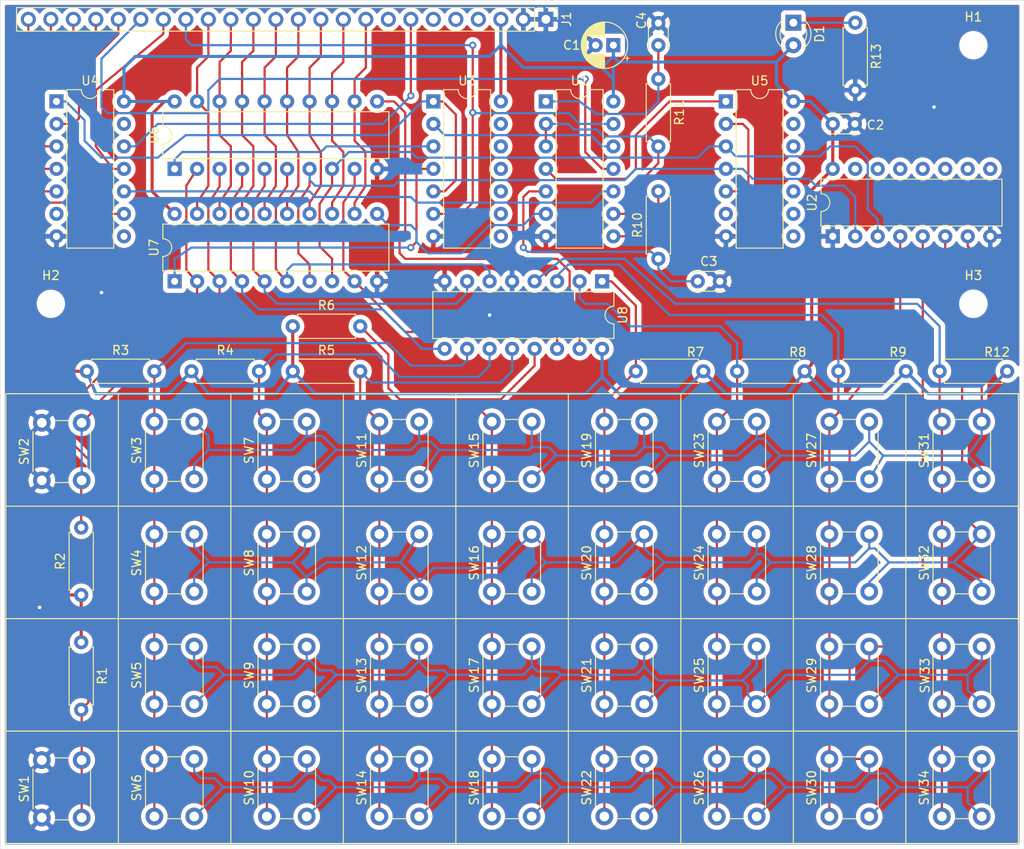
<source format=kicad_pcb>
(kicad_pcb (version 20171130) (host pcbnew "(5.1.4)-1")
  (layers (0 F.Cu signal) (31 B.Cu signal) (34 B.Paste user) (35 F.Paste user) (36 B.SilkS user) (37 F.SilkS user hide) (38 B.Mask user) (39 F.Mask user) (44 Edge.Cuts user))
  (net 0 "")
  (net 1 VCC)
  (net 2 GND)
  (net 3 "Net-(C3-Pad1)")
  (net 4 "Net-(C4-Pad1)")
  (net 5 /~INT)
  (net 6 /~WAIT)
  (net 7 /~INTACK)
  (net 8 /~IOREAD)
  (net 9 /~IOWRITE)
  (net 10 /I0)
  (net 11 /I1)
  (net 12 /I2)
  (net 13 /I3)
  (net 14 /I4)
  (net 15 /I5)
  (net 16 /I6)
  (net 17 /I7)
  (net 18 /A0)
  (net 19 /A1)
  (net 20 /A2)
  (net 21 /A3)
  (net 22 /A4)
  (net 23 /A5)
  (net 24 /A6)
  (net 25 /A7)
  (net 26 /SK1)
  (net 27 /SK2)
  (net 28 /L1)
  (net 29 /L2)
  (net 30 /L3)
  (net 31 /L4)
  (net 32 /L5)
  (net 33 /L6)
  (net 34 /L7)
  (net 35 "Net-(R10-Pad2)")
  (net 36 "Net-(R11-Pad2)")
  (net 37 /L8)
  (net 38 /R1)
  (net 39 /R2)
  (net 40 /R3)
  (net 41 /R4)
  (net 42 "Net-(U1-Pad10)")
  (net 43 /CPR)
  (net 44 "Net-(U1-Pad12)")
  (net 45 /~OE4)
  (net 46 /~OE5)
  (net 47 "Net-(U4-Pad13)")
  (net 48 "Net-(U5-Pad6)")
  (net 49 "Net-(U5-Pad2)")
  (net 50 "Net-(U6-Pad9)")
  (net 51 /S2)
  (net 52 /S1)
  (net 53 /S0)
  (net 54 /AY)
  (net 55 /CPKR)
  (net 56 /CPKP)
  (net 57 "Net-(D1-Pad1)")
  (net 58 /RN1)
  (net 59 /RN0)
  (module Capacitor_THT:CP_Radial_D5.0mm_P2.00mm (layer F.Cu) (at 160.02 39.37 180)
    (fp_text reference C1 (at 4.699 0) (layer F.SilkS))
    (fp_text value 10u)
    (pad 1 thru_hole rect (at 0 0 180) (size 1.6 1.6) (drill 0.8) (layers *.Cu *.Mask) (net 1 VCC))
    (pad 2 thru_hole circle (at 2 0 180) (size 1.6 1.6) (drill 0.8) (layers *.Cu *.Mask) (net 2 GND))
  )
  (module Capacitor_THT:C_Disc_D3.0mm_W2.0mm_P2.50mm (layer F.Cu) (at 184.785 48.26)
    (fp_text reference C2 (at 4.826 0.127) (layer F.SilkS))
    (fp_text value 47n)
    (pad 1 thru_hole circle (at 0 0) (size 1.6 1.6) (drill 0.8) (layers *.Cu *.Mask) (net 1 VCC))
    (pad 2 thru_hole circle (at 2.5 0) (size 1.6 1.6) (drill 0.8) (layers *.Cu *.Mask) (net 2 GND))
  )
  (module Capacitor_THT:C_Disc_D3.0mm_W2.0mm_P2.50mm (layer F.Cu) (at 169.545 66.04)
    (fp_text reference C3 (at 1.25 -2.25) (layer F.SilkS))
    (fp_text value 47n)
    (pad 2 thru_hole circle (at 2.5 0) (size 1.6 1.6) (drill 0.8) (layers *.Cu *.Mask) (net 2 GND))
    (pad 1 thru_hole circle (at 0 0) (size 1.6 1.6) (drill 0.8) (layers *.Cu *.Mask) (net 3 "Net-(C3-Pad1)"))
  )
  (module Capacitor_THT:C_Disc_D3.0mm_W2.0mm_P2.50mm (layer F.Cu) (at 165.1 39.37 90)
    (fp_text reference C4 (at 2.794 -1.905 90) (layer F.SilkS))
    (fp_text value 47n)
    (pad 1 thru_hole circle (at 0 0 90) (size 1.6 1.6) (drill 0.8) (layers *.Cu *.Mask) (net 4 "Net-(C4-Pad1)"))
    (pad 2 thru_hole circle (at 2.5 0 90) (size 1.6 1.6) (drill 0.8) (layers *.Cu *.Mask) (net 2 GND))
  )
  (module MountingHole:MountingHole_2.2mm_M2 (layer F.Cu) (at 200.66 39.37)
    (fp_text reference H1 (at 0 -3.2) (layer F.SilkS))
    (fp_text value MountingHole)
    (pad 1 np_thru_hole circle (at 0 0) (size 2.2 2.2) (drill 2.2) (layers *.Cu *.Mask))
  )
  (module MountingHole:MountingHole_2.2mm_M2 (layer F.Cu) (at 96.52 68.58)
    (fp_text reference H2 (at 0 -3.2) (layer F.SilkS))
    (fp_text value MountingHole)
    (pad 1 np_thru_hole circle (at 0 0) (size 2.2 2.2) (drill 2.2) (layers *.Cu *.Mask))
  )
  (module MountingHole:MountingHole_2.2mm_M2 (layer F.Cu) (at 200.66 68.58)
    (fp_text reference H3 (at 0 -3.2) (layer F.SilkS))
    (fp_text value MountingHole)
    (pad 1 np_thru_hole circle (at 0 0) (size 2.2 2.2) (drill 2.2) (layers *.Cu *.Mask))
  )
  (module Connector_PinHeader_2.54mm:PinHeader_1x24_P2.54mm_Vertical (layer F.Cu) (at 152.4 36.449 270)
    (fp_text reference J1 (at 0 -2.33 90) (layer F.SilkS))
    (fp_text value Conn_01x24_Male)
    (pad 1 thru_hole rect (at 0 0 270) (size 1.7 1.7) (drill 1) (layers *.Cu *.Mask) (net 2 GND))
    (pad 2 thru_hole oval (at 0 2.54 270) (size 1.7 1.7) (drill 1) (layers *.Cu *.Mask) (net 2 GND))
    (pad 3 thru_hole oval (at 0 5.08 270) (size 1.7 1.7) (drill 1) (layers *.Cu *.Mask) (net 1 VCC))
    (pad 4 thru_hole oval (at 0 7.62 270) (size 1.7 1.7) (drill 1) (layers *.Cu *.Mask) (net 5 /~INT))
    (pad 5 thru_hole oval (at 0 10.16 270) (size 1.7 1.7) (drill 1) (layers *.Cu *.Mask) (net 6 /~WAIT))
    (pad 6 thru_hole oval (at 0 12.7 270) (size 1.7 1.7) (drill 1) (layers *.Cu *.Mask) (net 7 /~INTACK))
    (pad 7 thru_hole oval (at 0 15.24 270) (size 1.7 1.7) (drill 1) (layers *.Cu *.Mask) (net 8 /~IOREAD))
    (pad 8 thru_hole oval (at 0 17.78 270) (size 1.7 1.7) (drill 1) (layers *.Cu *.Mask) (net 9 /~IOWRITE))
    (pad 9 thru_hole oval (at 0 20.32 270) (size 1.7 1.7) (drill 1) (layers *.Cu *.Mask) (net 10 /I0))
    (pad 10 thru_hole oval (at 0 22.86 270) (size 1.7 1.7) (drill 1) (layers *.Cu *.Mask) (net 11 /I1))
    (pad 11 thru_hole oval (at 0 25.4 270) (size 1.7 1.7) (drill 1) (layers *.Cu *.Mask) (net 12 /I2))
    (pad 12 thru_hole oval (at 0 27.94 270) (size 1.7 1.7) (drill 1) (layers *.Cu *.Mask) (net 13 /I3))
    (pad 13 thru_hole oval (at 0 30.48 270) (size 1.7 1.7) (drill 1) (layers *.Cu *.Mask) (net 14 /I4))
    (pad 14 thru_hole oval (at 0 33.02 270) (size 1.7 1.7) (drill 1) (layers *.Cu *.Mask) (net 15 /I5))
    (pad 15 thru_hole oval (at 0 35.56 270) (size 1.7 1.7) (drill 1) (layers *.Cu *.Mask) (net 16 /I6))
    (pad 16 thru_hole oval (at 0 38.1 270) (size 1.7 1.7) (drill 1) (layers *.Cu *.Mask) (net 17 /I7))
    (pad 17 thru_hole oval (at 0 40.64 270) (size 1.7 1.7) (drill 1) (layers *.Cu *.Mask) (net 18 /A0))
    (pad 18 thru_hole oval (at 0 43.18 270) (size 1.7 1.7) (drill 1) (layers *.Cu *.Mask) (net 19 /A1))
    (pad 19 thru_hole oval (at 0 45.72 270) (size 1.7 1.7) (drill 1) (layers *.Cu *.Mask) (net 20 /A2))
    (pad 20 thru_hole oval (at 0 48.26 270) (size 1.7 1.7) (drill 1) (layers *.Cu *.Mask) (net 21 /A3))
    (pad 21 thru_hole oval (at 0 50.8 270) (size 1.7 1.7) (drill 1) (layers *.Cu *.Mask) (net 22 /A4))
    (pad 22 thru_hole oval (at 0 53.34 270) (size 1.7 1.7) (drill 1) (layers *.Cu *.Mask) (net 23 /A5))
    (pad 23 thru_hole oval (at 0 55.88 270) (size 1.7 1.7) (drill 1) (layers *.Cu *.Mask) (net 24 /A6))
    (pad 24 thru_hole oval (at 0 58.42 270) (size 1.7 1.7) (drill 1) (layers *.Cu *.Mask) (net 25 /A7))
  )
  (module Resistor_THT:R_Axial_DIN0207_L6.3mm_D2.5mm_P7.62mm_Horizontal (layer F.Cu) (at 99.949 106.807 270)
    (fp_text reference R1 (at 3.81 -2.37 90) (layer F.SilkS))
    (fp_text value 4k7)
    (pad 2 thru_hole oval (at 7.62 0 270) (size 1.6 1.6) (drill 0.8) (layers *.Cu *.Mask) (net 26 /SK1))
    (pad 1 thru_hole circle (at 0 0 270) (size 1.6 1.6) (drill 0.8) (layers *.Cu *.Mask) (net 1 VCC))
  )
  (module Resistor_THT:R_Axial_DIN0207_L6.3mm_D2.5mm_P7.62mm_Horizontal (layer F.Cu) (at 99.949 101.473 90)
    (fp_text reference R2 (at 3.81 -2.37 90) (layer F.SilkS))
    (fp_text value 4k7)
    (pad 1 thru_hole circle (at 0 0 90) (size 1.6 1.6) (drill 0.8) (layers *.Cu *.Mask) (net 1 VCC))
    (pad 2 thru_hole oval (at 7.62 0 90) (size 1.6 1.6) (drill 0.8) (layers *.Cu *.Mask) (net 27 /SK2))
  )
  (module Resistor_THT:R_Axial_DIN0207_L6.3mm_D2.5mm_P7.62mm_Horizontal (layer F.Cu) (at 100.584 76.2)
    (fp_text reference R3 (at 3.81 -2.37) (layer F.SilkS))
    (fp_text value 4k7)
    (pad 2 thru_hole oval (at 7.62 0) (size 1.6 1.6) (drill 0.8) (layers *.Cu *.Mask) (net 28 /L1))
    (pad 1 thru_hole circle (at 0 0) (size 1.6 1.6) (drill 0.8) (layers *.Cu *.Mask) (net 1 VCC))
  )
  (module Resistor_THT:R_Axial_DIN0207_L6.3mm_D2.5mm_P7.62mm_Horizontal (layer F.Cu) (at 112.395 76.2)
    (fp_text reference R4 (at 3.81 -2.37) (layer F.SilkS))
    (fp_text value 4k7)
    (pad 1 thru_hole circle (at 0 0) (size 1.6 1.6) (drill 0.8) (layers *.Cu *.Mask) (net 1 VCC))
    (pad 2 thru_hole oval (at 7.62 0) (size 1.6 1.6) (drill 0.8) (layers *.Cu *.Mask) (net 29 /L2))
  )
  (module Resistor_THT:R_Axial_DIN0207_L6.3mm_D2.5mm_P7.62mm_Horizontal (layer F.Cu) (at 123.825 76.2)
    (fp_text reference R5 (at 3.81 -2.37) (layer F.SilkS))
    (fp_text value 4k7)
    (pad 2 thru_hole oval (at 7.62 0) (size 1.6 1.6) (drill 0.8) (layers *.Cu *.Mask) (net 30 /L3))
    (pad 1 thru_hole circle (at 0 0) (size 1.6 1.6) (drill 0.8) (layers *.Cu *.Mask) (net 1 VCC))
  )
  (module Resistor_THT:R_Axial_DIN0207_L6.3mm_D2.5mm_P7.62mm_Horizontal (layer F.Cu) (at 123.825 71.12)
    (fp_text reference R6 (at 3.81 -2.37) (layer F.SilkS))
    (fp_text value 4k7)
    (pad 1 thru_hole circle (at 0 0) (size 1.6 1.6) (drill 0.8) (layers *.Cu *.Mask) (net 1 VCC))
    (pad 2 thru_hole oval (at 7.62 0) (size 1.6 1.6) (drill 0.8) (layers *.Cu *.Mask) (net 31 /L4))
  )
  (module Resistor_THT:R_Axial_DIN0207_L6.3mm_D2.5mm_P7.62mm_Horizontal (layer F.Cu) (at 170.18 76.2 180)
    (fp_text reference R7 (at 0.889 2.159) (layer F.SilkS))
    (fp_text value 4k7)
    (pad 2 thru_hole oval (at 7.62 0 180) (size 1.6 1.6) (drill 0.8) (layers *.Cu *.Mask) (net 32 /L5))
    (pad 1 thru_hole circle (at 0 0 180) (size 1.6 1.6) (drill 0.8) (layers *.Cu *.Mask) (net 1 VCC))
  )
  (module Resistor_THT:R_Axial_DIN0207_L6.3mm_D2.5mm_P7.62mm_Horizontal (layer F.Cu) (at 181.61 76.2 180)
    (fp_text reference R8 (at 0.762 2.159) (layer F.SilkS))
    (fp_text value 4k7)
    (pad 1 thru_hole circle (at 0 0 180) (size 1.6 1.6) (drill 0.8) (layers *.Cu *.Mask) (net 1 VCC))
    (pad 2 thru_hole oval (at 7.62 0 180) (size 1.6 1.6) (drill 0.8) (layers *.Cu *.Mask) (net 33 /L6))
  )
  (module Resistor_THT:R_Axial_DIN0207_L6.3mm_D2.5mm_P7.62mm_Horizontal (layer F.Cu) (at 193.04 76.2 180)
    (fp_text reference R9 (at 0.889 2.159) (layer F.SilkS))
    (fp_text value 4k7)
    (pad 2 thru_hole oval (at 7.62 0 180) (size 1.6 1.6) (drill 0.8) (layers *.Cu *.Mask) (net 34 /L7))
    (pad 1 thru_hole circle (at 0 0 180) (size 1.6 1.6) (drill 0.8) (layers *.Cu *.Mask) (net 1 VCC))
  )
  (module Resistor_THT:R_Axial_DIN0207_L6.3mm_D2.5mm_P7.62mm_Horizontal (layer F.Cu) (at 165.1 63.5 90)
    (fp_text reference R10 (at 3.81 -2.37 90) (layer F.SilkS))
    (fp_text value 4k7)
    (pad 2 thru_hole oval (at 7.62 0 90) (size 1.6 1.6) (drill 0.8) (layers *.Cu *.Mask) (net 35 "Net-(R10-Pad2)"))
    (pad 1 thru_hole circle (at 0 0 90) (size 1.6 1.6) (drill 0.8) (layers *.Cu *.Mask) (net 3 "Net-(C3-Pad1)"))
  )
  (module Resistor_THT:R_Axial_DIN0207_L6.3mm_D2.5mm_P7.62mm_Horizontal (layer F.Cu) (at 165.1 43.18 270)
    (fp_text reference R11 (at 3.81 -2.37 90) (layer F.SilkS))
    (fp_text value 47k)
    (pad 1 thru_hole circle (at 0 0 270) (size 1.6 1.6) (drill 0.8) (layers *.Cu *.Mask) (net 4 "Net-(C4-Pad1)"))
    (pad 2 thru_hole oval (at 7.62 0 270) (size 1.6 1.6) (drill 0.8) (layers *.Cu *.Mask) (net 36 "Net-(R11-Pad2)"))
  )
  (module Resistor_THT:R_Axial_DIN0207_L6.3mm_D2.5mm_P7.62mm_Horizontal (layer F.Cu) (at 204.47 76.2 180)
    (fp_text reference R12 (at 1.143 2.159) (layer F.SilkS))
    (fp_text value 4k7)
    (pad 1 thru_hole circle (at 0 0 180) (size 1.6 1.6) (drill 0.8) (layers *.Cu *.Mask) (net 1 VCC))
    (pad 2 thru_hole oval (at 7.62 0 180) (size 1.6 1.6) (drill 0.8) (layers *.Cu *.Mask) (net 37 /L8))
  )
  (module Button_Switch_THT:SW_PUSH_6mm (layer F.Cu) (at 95.504 126.619 90)
    (fp_text reference SW1 (at 3.25 -2 90) (layer F.SilkS))
    (fp_text value SW_Push)
    (pad 1 thru_hole circle (at 6.5 0 180) (size 2 2) (drill 1.1) (layers *.Cu *.Mask) (net 2 GND))
    (pad 2 thru_hole circle (at 6.5 4.5 180) (size 2 2) (drill 1.1) (layers *.Cu *.Mask) (net 26 /SK1))
    (pad 1 thru_hole circle (at 0 0 180) (size 2 2) (drill 1.1) (layers *.Cu *.Mask) (net 2 GND))
    (pad 2 thru_hole circle (at 0 4.5 180) (size 2 2) (drill 1.1) (layers *.Cu *.Mask) (net 26 /SK1))
  )
  (module Button_Switch_THT:SW_PUSH_6mm (layer F.Cu) (at 95.504 88.519 90)
    (fp_text reference SW2 (at 3.25 -2 90) (layer F.SilkS))
    (fp_text value SW_Push)
    (pad 2 thru_hole circle (at 0 4.5 180) (size 2 2) (drill 1.1) (layers *.Cu *.Mask) (net 27 /SK2))
    (pad 1 thru_hole circle (at 0 0 180) (size 2 2) (drill 1.1) (layers *.Cu *.Mask) (net 2 GND))
    (pad 2 thru_hole circle (at 6.5 4.5 180) (size 2 2) (drill 1.1) (layers *.Cu *.Mask) (net 27 /SK2))
    (pad 1 thru_hole circle (at 6.5 0 180) (size 2 2) (drill 1.1) (layers *.Cu *.Mask) (net 2 GND))
  )
  (module Button_Switch_THT:SW_PUSH_6mm (layer F.Cu) (at 108.204 88.392 90)
    (fp_text reference SW3 (at 3.25 -2 90) (layer F.SilkS))
    (fp_text value SW_Push_45deg)
    (pad 1 thru_hole circle (at 6.5 0 180) (size 2 2) (drill 1.1) (layers *.Cu *.Mask) (net 28 /L1))
    (pad 2 thru_hole circle (at 6.5 4.5 180) (size 2 2) (drill 1.1) (layers *.Cu *.Mask) (net 38 /R1))
    (pad 1 thru_hole circle (at 0 0 180) (size 2 2) (drill 1.1) (layers *.Cu *.Mask) (net 28 /L1))
    (pad 2 thru_hole circle (at 0 4.5 180) (size 2 2) (drill 1.1) (layers *.Cu *.Mask) (net 38 /R1))
  )
  (module Button_Switch_THT:SW_PUSH_6mm (layer F.Cu) (at 108.204 101.092 90)
    (fp_text reference SW4 (at 3.25 -2 90) (layer F.SilkS))
    (fp_text value SW_Push_45deg)
    (pad 2 thru_hole circle (at 0 4.5 180) (size 2 2) (drill 1.1) (layers *.Cu *.Mask) (net 39 /R2))
    (pad 1 thru_hole circle (at 0 0 180) (size 2 2) (drill 1.1) (layers *.Cu *.Mask) (net 28 /L1))
    (pad 2 thru_hole circle (at 6.5 4.5 180) (size 2 2) (drill 1.1) (layers *.Cu *.Mask) (net 39 /R2))
    (pad 1 thru_hole circle (at 6.5 0 180) (size 2 2) (drill 1.1) (layers *.Cu *.Mask) (net 28 /L1))
  )
  (module Button_Switch_THT:SW_PUSH_6mm (layer F.Cu) (at 108.204 113.792 90)
    (fp_text reference SW5 (at 3.25 -2 90) (layer F.SilkS))
    (fp_text value SW_Push_45deg)
    (pad 1 thru_hole circle (at 6.5 0 180) (size 2 2) (drill 1.1) (layers *.Cu *.Mask) (net 28 /L1))
    (pad 2 thru_hole circle (at 6.5 4.5 180) (size 2 2) (drill 1.1) (layers *.Cu *.Mask) (net 40 /R3))
    (pad 1 thru_hole circle (at 0 0 180) (size 2 2) (drill 1.1) (layers *.Cu *.Mask) (net 28 /L1))
    (pad 2 thru_hole circle (at 0 4.5 180) (size 2 2) (drill 1.1) (layers *.Cu *.Mask) (net 40 /R3))
  )
  (module Button_Switch_THT:SW_PUSH_6mm (layer F.Cu) (at 108.204 126.492 90)
    (fp_text reference SW6 (at 3.25 -2 90) (layer F.SilkS))
    (fp_text value SW_Push_45deg)
    (pad 2 thru_hole circle (at 0 4.5 180) (size 2 2) (drill 1.1) (layers *.Cu *.Mask) (net 41 /R4))
    (pad 1 thru_hole circle (at 0 0 180) (size 2 2) (drill 1.1) (layers *.Cu *.Mask) (net 28 /L1))
    (pad 2 thru_hole circle (at 6.5 4.5 180) (size 2 2) (drill 1.1) (layers *.Cu *.Mask) (net 41 /R4))
    (pad 1 thru_hole circle (at 6.5 0 180) (size 2 2) (drill 1.1) (layers *.Cu *.Mask) (net 28 /L1))
  )
  (module Button_Switch_THT:SW_PUSH_6mm (layer F.Cu) (at 120.904 88.392 90)
    (fp_text reference SW7 (at 3.25 -2 90) (layer F.SilkS))
    (fp_text value SW_Push_45deg)
    (pad 1 thru_hole circle (at 6.5 0 180) (size 2 2) (drill 1.1) (layers *.Cu *.Mask) (net 29 /L2))
    (pad 2 thru_hole circle (at 6.5 4.5 180) (size 2 2) (drill 1.1) (layers *.Cu *.Mask) (net 38 /R1))
    (pad 1 thru_hole circle (at 0 0 180) (size 2 2) (drill 1.1) (layers *.Cu *.Mask) (net 29 /L2))
    (pad 2 thru_hole circle (at 0 4.5 180) (size 2 2) (drill 1.1) (layers *.Cu *.Mask) (net 38 /R1))
  )
  (module Button_Switch_THT:SW_PUSH_6mm (layer F.Cu) (at 120.904 101.092 90)
    (fp_text reference SW8 (at 3.25 -2 90) (layer F.SilkS))
    (fp_text value SW_Push_45deg)
    (pad 2 thru_hole circle (at 0 4.5 180) (size 2 2) (drill 1.1) (layers *.Cu *.Mask) (net 39 /R2))
    (pad 1 thru_hole circle (at 0 0 180) (size 2 2) (drill 1.1) (layers *.Cu *.Mask) (net 29 /L2))
    (pad 2 thru_hole circle (at 6.5 4.5 180) (size 2 2) (drill 1.1) (layers *.Cu *.Mask) (net 39 /R2))
    (pad 1 thru_hole circle (at 6.5 0 180) (size 2 2) (drill 1.1) (layers *.Cu *.Mask) (net 29 /L2))
  )
  (module Button_Switch_THT:SW_PUSH_6mm (layer F.Cu) (at 120.904 113.792 90)
    (fp_text reference SW9 (at 3.25 -2 90) (layer F.SilkS))
    (fp_text value SW_Push_45deg)
    (pad 1 thru_hole circle (at 6.5 0 180) (size 2 2) (drill 1.1) (layers *.Cu *.Mask) (net 29 /L2))
    (pad 2 thru_hole circle (at 6.5 4.5 180) (size 2 2) (drill 1.1) (layers *.Cu *.Mask) (net 40 /R3))
    (pad 1 thru_hole circle (at 0 0 180) (size 2 2) (drill 1.1) (layers *.Cu *.Mask) (net 29 /L2))
    (pad 2 thru_hole circle (at 0 4.5 180) (size 2 2) (drill 1.1) (layers *.Cu *.Mask) (net 40 /R3))
  )
  (module Button_Switch_THT:SW_PUSH_6mm (layer F.Cu) (at 120.904 126.492 90)
    (fp_text reference SW10 (at 3.25 -2 90) (layer F.SilkS))
    (fp_text value SW_Push_45deg)
    (pad 2 thru_hole circle (at 0 4.5 180) (size 2 2) (drill 1.1) (layers *.Cu *.Mask) (net 41 /R4))
    (pad 1 thru_hole circle (at 0 0 180) (size 2 2) (drill 1.1) (layers *.Cu *.Mask) (net 29 /L2))
    (pad 2 thru_hole circle (at 6.5 4.5 180) (size 2 2) (drill 1.1) (layers *.Cu *.Mask) (net 41 /R4))
    (pad 1 thru_hole circle (at 6.5 0 180) (size 2 2) (drill 1.1) (layers *.Cu *.Mask) (net 29 /L2))
  )
  (module Button_Switch_THT:SW_PUSH_6mm (layer F.Cu) (at 133.604 88.392 90)
    (fp_text reference SW11 (at 3.25 -2 90) (layer F.SilkS))
    (fp_text value SW_Push_45deg)
    (pad 1 thru_hole circle (at 6.5 0 180) (size 2 2) (drill 1.1) (layers *.Cu *.Mask) (net 30 /L3))
    (pad 2 thru_hole circle (at 6.5 4.5 180) (size 2 2) (drill 1.1) (layers *.Cu *.Mask) (net 38 /R1))
    (pad 1 thru_hole circle (at 0 0 180) (size 2 2) (drill 1.1) (layers *.Cu *.Mask) (net 30 /L3))
    (pad 2 thru_hole circle (at 0 4.5 180) (size 2 2) (drill 1.1) (layers *.Cu *.Mask) (net 38 /R1))
  )
  (module Button_Switch_THT:SW_PUSH_6mm (layer F.Cu) (at 133.604 101.092 90)
    (fp_text reference SW12 (at 3.25 -2 90) (layer F.SilkS))
    (fp_text value SW_Push_45deg)
    (pad 2 thru_hole circle (at 0 4.5 180) (size 2 2) (drill 1.1) (layers *.Cu *.Mask) (net 39 /R2))
    (pad 1 thru_hole circle (at 0 0 180) (size 2 2) (drill 1.1) (layers *.Cu *.Mask) (net 30 /L3))
    (pad 2 thru_hole circle (at 6.5 4.5 180) (size 2 2) (drill 1.1) (layers *.Cu *.Mask) (net 39 /R2))
    (pad 1 thru_hole circle (at 6.5 0 180) (size 2 2) (drill 1.1) (layers *.Cu *.Mask) (net 30 /L3))
  )
  (module Button_Switch_THT:SW_PUSH_6mm (layer F.Cu) (at 133.604 113.792 90)
    (fp_text reference SW13 (at 3.25 -2 90) (layer F.SilkS))
    (fp_text value SW_Push_45deg)
    (pad 1 thru_hole circle (at 6.5 0 180) (size 2 2) (drill 1.1) (layers *.Cu *.Mask) (net 30 /L3))
    (pad 2 thru_hole circle (at 6.5 4.5 180) (size 2 2) (drill 1.1) (layers *.Cu *.Mask) (net 40 /R3))
    (pad 1 thru_hole circle (at 0 0 180) (size 2 2) (drill 1.1) (layers *.Cu *.Mask) (net 30 /L3))
    (pad 2 thru_hole circle (at 0 4.5 180) (size 2 2) (drill 1.1) (layers *.Cu *.Mask) (net 40 /R3))
  )
  (module Button_Switch_THT:SW_PUSH_6mm (layer F.Cu) (at 133.604 126.492 90)
    (fp_text reference SW14 (at 3.25 -2 90) (layer F.SilkS))
    (fp_text value SW_Push_45deg)
    (pad 2 thru_hole circle (at 0 4.5 180) (size 2 2) (drill 1.1) (layers *.Cu *.Mask) (net 41 /R4))
    (pad 1 thru_hole circle (at 0 0 180) (size 2 2) (drill 1.1) (layers *.Cu *.Mask) (net 30 /L3))
    (pad 2 thru_hole circle (at 6.5 4.5 180) (size 2 2) (drill 1.1) (layers *.Cu *.Mask) (net 41 /R4))
    (pad 1 thru_hole circle (at 6.5 0 180) (size 2 2) (drill 1.1) (layers *.Cu *.Mask) (net 30 /L3))
  )
  (module Button_Switch_THT:SW_PUSH_6mm (layer F.Cu) (at 146.304 88.392 90)
    (fp_text reference SW15 (at 3.25 -2 90) (layer F.SilkS))
    (fp_text value SW_Push_45deg)
    (pad 1 thru_hole circle (at 6.5 0 180) (size 2 2) (drill 1.1) (layers *.Cu *.Mask) (net 31 /L4))
    (pad 2 thru_hole circle (at 6.5 4.5 180) (size 2 2) (drill 1.1) (layers *.Cu *.Mask) (net 38 /R1))
    (pad 1 thru_hole circle (at 0 0 180) (size 2 2) (drill 1.1) (layers *.Cu *.Mask) (net 31 /L4))
    (pad 2 thru_hole circle (at 0 4.5 180) (size 2 2) (drill 1.1) (layers *.Cu *.Mask) (net 38 /R1))
  )
  (module Button_Switch_THT:SW_PUSH_6mm (layer F.Cu) (at 146.304 101.092 90)
    (fp_text reference SW16 (at 3.25 -2 90) (layer F.SilkS))
    (fp_text value SW_Push_45deg)
    (pad 2 thru_hole circle (at 0 4.5 180) (size 2 2) (drill 1.1) (layers *.Cu *.Mask) (net 39 /R2))
    (pad 1 thru_hole circle (at 0 0 180) (size 2 2) (drill 1.1) (layers *.Cu *.Mask) (net 31 /L4))
    (pad 2 thru_hole circle (at 6.5 4.5 180) (size 2 2) (drill 1.1) (layers *.Cu *.Mask) (net 39 /R2))
    (pad 1 thru_hole circle (at 6.5 0 180) (size 2 2) (drill 1.1) (layers *.Cu *.Mask) (net 31 /L4))
  )
  (module Button_Switch_THT:SW_PUSH_6mm (layer F.Cu) (at 146.304 113.792 90)
    (fp_text reference SW17 (at 3.25 -2 90) (layer F.SilkS))
    (fp_text value SW_Push_45deg)
    (pad 1 thru_hole circle (at 6.5 0 180) (size 2 2) (drill 1.1) (layers *.Cu *.Mask) (net 31 /L4))
    (pad 2 thru_hole circle (at 6.5 4.5 180) (size 2 2) (drill 1.1) (layers *.Cu *.Mask) (net 40 /R3))
    (pad 1 thru_hole circle (at 0 0 180) (size 2 2) (drill 1.1) (layers *.Cu *.Mask) (net 31 /L4))
    (pad 2 thru_hole circle (at 0 4.5 180) (size 2 2) (drill 1.1) (layers *.Cu *.Mask) (net 40 /R3))
  )
  (module Button_Switch_THT:SW_PUSH_6mm (layer F.Cu) (at 146.304 126.492 90)
    (fp_text reference SW18 (at 3.25 -2 90) (layer F.SilkS))
    (fp_text value SW_Push_45deg)
    (pad 2 thru_hole circle (at 0 4.5 180) (size 2 2) (drill 1.1) (layers *.Cu *.Mask) (net 41 /R4))
    (pad 1 thru_hole circle (at 0 0 180) (size 2 2) (drill 1.1) (layers *.Cu *.Mask) (net 31 /L4))
    (pad 2 thru_hole circle (at 6.5 4.5 180) (size 2 2) (drill 1.1) (layers *.Cu *.Mask) (net 41 /R4))
    (pad 1 thru_hole circle (at 6.5 0 180) (size 2 2) (drill 1.1) (layers *.Cu *.Mask) (net 31 /L4))
  )
  (module Button_Switch_THT:SW_PUSH_6mm (layer F.Cu) (at 159.004 88.392 90)
    (fp_text reference SW19 (at 3.25 -2 90) (layer F.SilkS))
    (fp_text value SW_Push_45deg)
    (pad 1 thru_hole circle (at 6.5 0 180) (size 2 2) (drill 1.1) (layers *.Cu *.Mask) (net 32 /L5))
    (pad 2 thru_hole circle (at 6.5 4.5 180) (size 2 2) (drill 1.1) (layers *.Cu *.Mask) (net 38 /R1))
    (pad 1 thru_hole circle (at 0 0 180) (size 2 2) (drill 1.1) (layers *.Cu *.Mask) (net 32 /L5))
    (pad 2 thru_hole circle (at 0 4.5 180) (size 2 2) (drill 1.1) (layers *.Cu *.Mask) (net 38 /R1))
  )
  (module Button_Switch_THT:SW_PUSH_6mm (layer F.Cu) (at 159.004 101.092 90)
    (fp_text reference SW20 (at 3.25 -2 90) (layer F.SilkS))
    (fp_text value SW_Push_45deg)
    (pad 2 thru_hole circle (at 0 4.5 180) (size 2 2) (drill 1.1) (layers *.Cu *.Mask) (net 39 /R2))
    (pad 1 thru_hole circle (at 0 0 180) (size 2 2) (drill 1.1) (layers *.Cu *.Mask) (net 32 /L5))
    (pad 2 thru_hole circle (at 6.5 4.5 180) (size 2 2) (drill 1.1) (layers *.Cu *.Mask) (net 39 /R2))
    (pad 1 thru_hole circle (at 6.5 0 180) (size 2 2) (drill 1.1) (layers *.Cu *.Mask) (net 32 /L5))
  )
  (module Button_Switch_THT:SW_PUSH_6mm (layer F.Cu) (at 159.004 113.792 90)
    (fp_text reference SW21 (at 3.25 -2 90) (layer F.SilkS))
    (fp_text value SW_Push_45deg)
    (pad 1 thru_hole circle (at 6.5 0 180) (size 2 2) (drill 1.1) (layers *.Cu *.Mask) (net 32 /L5))
    (pad 2 thru_hole circle (at 6.5 4.5 180) (size 2 2) (drill 1.1) (layers *.Cu *.Mask) (net 40 /R3))
    (pad 1 thru_hole circle (at 0 0 180) (size 2 2) (drill 1.1) (layers *.Cu *.Mask) (net 32 /L5))
    (pad 2 thru_hole circle (at 0 4.5 180) (size 2 2) (drill 1.1) (layers *.Cu *.Mask) (net 40 /R3))
  )
  (module Button_Switch_THT:SW_PUSH_6mm (layer F.Cu) (at 159.004 126.492 90)
    (fp_text reference SW22 (at 3.25 -2 90) (layer F.SilkS))
    (fp_text value SW_Push_45deg)
    (pad 2 thru_hole circle (at 0 4.5 180) (size 2 2) (drill 1.1) (layers *.Cu *.Mask) (net 41 /R4))
    (pad 1 thru_hole circle (at 0 0 180) (size 2 2) (drill 1.1) (layers *.Cu *.Mask) (net 32 /L5))
    (pad 2 thru_hole circle (at 6.5 4.5 180) (size 2 2) (drill 1.1) (layers *.Cu *.Mask) (net 41 /R4))
    (pad 1 thru_hole circle (at 6.5 0 180) (size 2 2) (drill 1.1) (layers *.Cu *.Mask) (net 32 /L5))
  )
  (module Button_Switch_THT:SW_PUSH_6mm (layer F.Cu) (at 171.704 88.392 90)
    (fp_text reference SW23 (at 3.25 -2 90) (layer F.SilkS))
    (fp_text value SW_Push_45deg)
    (pad 1 thru_hole circle (at 6.5 0 180) (size 2 2) (drill 1.1) (layers *.Cu *.Mask) (net 33 /L6))
    (pad 2 thru_hole circle (at 6.5 4.5 180) (size 2 2) (drill 1.1) (layers *.Cu *.Mask) (net 38 /R1))
    (pad 1 thru_hole circle (at 0 0 180) (size 2 2) (drill 1.1) (layers *.Cu *.Mask) (net 33 /L6))
    (pad 2 thru_hole circle (at 0 4.5 180) (size 2 2) (drill 1.1) (layers *.Cu *.Mask) (net 38 /R1))
  )
  (module Button_Switch_THT:SW_PUSH_6mm (layer F.Cu) (at 171.704 101.092 90)
    (fp_text reference SW24 (at 3.25 -2 90) (layer F.SilkS))
    (fp_text value SW_Push_45deg)
    (pad 2 thru_hole circle (at 0 4.5 180) (size 2 2) (drill 1.1) (layers *.Cu *.Mask) (net 39 /R2))
    (pad 1 thru_hole circle (at 0 0 180) (size 2 2) (drill 1.1) (layers *.Cu *.Mask) (net 33 /L6))
    (pad 2 thru_hole circle (at 6.5 4.5 180) (size 2 2) (drill 1.1) (layers *.Cu *.Mask) (net 39 /R2))
    (pad 1 thru_hole circle (at 6.5 0 180) (size 2 2) (drill 1.1) (layers *.Cu *.Mask) (net 33 /L6))
  )
  (module Button_Switch_THT:SW_PUSH_6mm (layer F.Cu) (at 171.704 113.792 90)
    (fp_text reference SW25 (at 3.25 -2 90) (layer F.SilkS))
    (fp_text value SW_Push_45deg)
    (pad 1 thru_hole circle (at 6.5 0 180) (size 2 2) (drill 1.1) (layers *.Cu *.Mask) (net 33 /L6))
    (pad 2 thru_hole circle (at 6.5 4.5 180) (size 2 2) (drill 1.1) (layers *.Cu *.Mask) (net 40 /R3))
    (pad 1 thru_hole circle (at 0 0 180) (size 2 2) (drill 1.1) (layers *.Cu *.Mask) (net 33 /L6))
    (pad 2 thru_hole circle (at 0 4.5 180) (size 2 2) (drill 1.1) (layers *.Cu *.Mask) (net 40 /R3))
  )
  (module Button_Switch_THT:SW_PUSH_6mm (layer F.Cu) (at 171.704 126.492 90)
    (fp_text reference SW26 (at 3.25 -2 90) (layer F.SilkS))
    (fp_text value SW_Push_45deg)
    (pad 2 thru_hole circle (at 0 4.5 180) (size 2 2) (drill 1.1) (layers *.Cu *.Mask) (net 41 /R4))
    (pad 1 thru_hole circle (at 0 0 180) (size 2 2) (drill 1.1) (layers *.Cu *.Mask) (net 33 /L6))
    (pad 2 thru_hole circle (at 6.5 4.5 180) (size 2 2) (drill 1.1) (layers *.Cu *.Mask) (net 41 /R4))
    (pad 1 thru_hole circle (at 6.5 0 180) (size 2 2) (drill 1.1) (layers *.Cu *.Mask) (net 33 /L6))
  )
  (module Button_Switch_THT:SW_PUSH_6mm (layer F.Cu) (at 184.404 88.392 90)
    (fp_text reference SW27 (at 3.25 -2 90) (layer F.SilkS))
    (fp_text value SW_Push_45deg)
    (pad 1 thru_hole circle (at 6.5 0 180) (size 2 2) (drill 1.1) (layers *.Cu *.Mask) (net 34 /L7))
    (pad 2 thru_hole circle (at 6.5 4.5 180) (size 2 2) (drill 1.1) (layers *.Cu *.Mask) (net 38 /R1))
    (pad 1 thru_hole circle (at 0 0 180) (size 2 2) (drill 1.1) (layers *.Cu *.Mask) (net 34 /L7))
    (pad 2 thru_hole circle (at 0 4.5 180) (size 2 2) (drill 1.1) (layers *.Cu *.Mask) (net 38 /R1))
  )
  (module Button_Switch_THT:SW_PUSH_6mm (layer F.Cu) (at 184.404 101.092 90)
    (fp_text reference SW28 (at 3.25 -2 90) (layer F.SilkS))
    (fp_text value SW_Push_45deg)
    (pad 2 thru_hole circle (at 0 4.5 180) (size 2 2) (drill 1.1) (layers *.Cu *.Mask) (net 39 /R2))
    (pad 1 thru_hole circle (at 0 0 180) (size 2 2) (drill 1.1) (layers *.Cu *.Mask) (net 34 /L7))
    (pad 2 thru_hole circle (at 6.5 4.5 180) (size 2 2) (drill 1.1) (layers *.Cu *.Mask) (net 39 /R2))
    (pad 1 thru_hole circle (at 6.5 0 180) (size 2 2) (drill 1.1) (layers *.Cu *.Mask) (net 34 /L7))
  )
  (module Button_Switch_THT:SW_PUSH_6mm (layer F.Cu) (at 184.404 113.792 90)
    (fp_text reference SW29 (at 3.25 -2 90) (layer F.SilkS))
    (fp_text value SW_Push_45deg)
    (pad 1 thru_hole circle (at 6.5 0 180) (size 2 2) (drill 1.1) (layers *.Cu *.Mask) (net 34 /L7))
    (pad 2 thru_hole circle (at 6.5 4.5 180) (size 2 2) (drill 1.1) (layers *.Cu *.Mask) (net 40 /R3))
    (pad 1 thru_hole circle (at 0 0 180) (size 2 2) (drill 1.1) (layers *.Cu *.Mask) (net 34 /L7))
    (pad 2 thru_hole circle (at 0 4.5 180) (size 2 2) (drill 1.1) (layers *.Cu *.Mask) (net 40 /R3))
  )
  (module Button_Switch_THT:SW_PUSH_6mm (layer F.Cu) (at 184.404 126.492 90)
    (fp_text reference SW30 (at 3.25 -2 90) (layer F.SilkS))
    (fp_text value SW_Push_45deg)
    (pad 2 thru_hole circle (at 0 4.5 180) (size 2 2) (drill 1.1) (layers *.Cu *.Mask) (net 41 /R4))
    (pad 1 thru_hole circle (at 0 0 180) (size 2 2) (drill 1.1) (layers *.Cu *.Mask) (net 34 /L7))
    (pad 2 thru_hole circle (at 6.5 4.5 180) (size 2 2) (drill 1.1) (layers *.Cu *.Mask) (net 41 /R4))
    (pad 1 thru_hole circle (at 6.5 0 180) (size 2 2) (drill 1.1) (layers *.Cu *.Mask) (net 34 /L7))
  )
  (module Button_Switch_THT:SW_PUSH_6mm (layer F.Cu) (at 197.104 88.392 90)
    (fp_text reference SW31 (at 3.25 -2 90) (layer F.SilkS))
    (fp_text value SW_Push_45deg)
    (pad 1 thru_hole circle (at 6.5 0 180) (size 2 2) (drill 1.1) (layers *.Cu *.Mask) (net 37 /L8))
    (pad 2 thru_hole circle (at 6.5 4.5 180) (size 2 2) (drill 1.1) (layers *.Cu *.Mask) (net 38 /R1))
    (pad 1 thru_hole circle (at 0 0 180) (size 2 2) (drill 1.1) (layers *.Cu *.Mask) (net 37 /L8))
    (pad 2 thru_hole circle (at 0 4.5 180) (size 2 2) (drill 1.1) (layers *.Cu *.Mask) (net 38 /R1))
  )
  (module Button_Switch_THT:SW_PUSH_6mm (layer F.Cu) (at 197.104 101.092 90)
    (fp_text reference SW32 (at 3.25 -2 90) (layer F.SilkS))
    (fp_text value SW_Push_45deg)
    (pad 2 thru_hole circle (at 0 4.5 180) (size 2 2) (drill 1.1) (layers *.Cu *.Mask) (net 39 /R2))
    (pad 1 thru_hole circle (at 0 0 180) (size 2 2) (drill 1.1) (layers *.Cu *.Mask) (net 37 /L8))
    (pad 2 thru_hole circle (at 6.5 4.5 180) (size 2 2) (drill 1.1) (layers *.Cu *.Mask) (net 39 /R2))
    (pad 1 thru_hole circle (at 6.5 0 180) (size 2 2) (drill 1.1) (layers *.Cu *.Mask) (net 37 /L8))
  )
  (module Button_Switch_THT:SW_PUSH_6mm (layer F.Cu) (at 197.104 113.792 90)
    (fp_text reference SW33 (at 3.220999 -1.905 90) (layer F.SilkS))
    (fp_text value SW_Push_45deg)
    (pad 1 thru_hole circle (at 6.5 0 180) (size 2 2) (drill 1.1) (layers *.Cu *.Mask) (net 37 /L8))
    (pad 2 thru_hole circle (at 6.5 4.5 180) (size 2 2) (drill 1.1) (layers *.Cu *.Mask) (net 40 /R3))
    (pad 1 thru_hole circle (at 0 0 180) (size 2 2) (drill 1.1) (layers *.Cu *.Mask) (net 37 /L8))
    (pad 2 thru_hole circle (at 0 4.5 180) (size 2 2) (drill 1.1) (layers *.Cu *.Mask) (net 40 /R3))
  )
  (module Button_Switch_THT:SW_PUSH_6mm (layer F.Cu) (at 197.104 126.492 90)
    (fp_text reference SW34 (at 3.25 -2 90) (layer F.SilkS))
    (fp_text value SW_Push_45deg)
    (pad 2 thru_hole circle (at 0 4.5 180) (size 2 2) (drill 1.1) (layers *.Cu *.Mask) (net 41 /R4))
    (pad 1 thru_hole circle (at 0 0 180) (size 2 2) (drill 1.1) (layers *.Cu *.Mask) (net 37 /L8))
    (pad 2 thru_hole circle (at 6.5 4.5 180) (size 2 2) (drill 1.1) (layers *.Cu *.Mask) (net 41 /R4))
    (pad 1 thru_hole circle (at 6.5 0 180) (size 2 2) (drill 1.1) (layers *.Cu *.Mask) (net 37 /L8))
  )
  (module Package_DIP:DIP-14_W7.62mm (layer F.Cu) (at 152.4 45.72)
    (fp_text reference U1 (at 3.81 -2.33) (layer F.SilkS))
    (fp_text value 74HC14)
    (pad 1 thru_hole rect (at 0 0) (size 1.6 1.6) (drill 0.8) (layers *.Cu *.Mask) (net 4 "Net-(C4-Pad1)"))
    (pad 8 thru_hole oval (at 7.62 15.24) (size 1.6 1.6) (drill 0.8) (layers *.Cu *.Mask) (net 35 "Net-(R10-Pad2)"))
    (pad 2 thru_hole oval (at 0 2.54) (size 1.6 1.6) (drill 0.8) (layers *.Cu *.Mask) (net 36 "Net-(R11-Pad2)"))
    (pad 9 thru_hole oval (at 7.62 12.7) (size 1.6 1.6) (drill 0.8) (layers *.Cu *.Mask) (net 36 "Net-(R11-Pad2)"))
    (pad 3 thru_hole oval (at 0 5.08) (size 1.6 1.6) (drill 0.8) (layers *.Cu *.Mask) (net 36 "Net-(R11-Pad2)"))
    (pad 10 thru_hole oval (at 7.62 10.16) (size 1.6 1.6) (drill 0.8) (layers *.Cu *.Mask) (net 42 "Net-(U1-Pad10)"))
    (pad 4 thru_hole oval (at 0 7.62) (size 1.6 1.6) (drill 0.8) (layers *.Cu *.Mask) (net 43 /CPR))
    (pad 11 thru_hole oval (at 7.62 7.62) (size 1.6 1.6) (drill 0.8) (layers *.Cu *.Mask) (net 20 /A2))
    (pad 5 thru_hole oval (at 0 10.16) (size 1.6 1.6) (drill 0.8) (layers *.Cu *.Mask) (net 3 "Net-(C3-Pad1)"))
    (pad 12 thru_hole oval (at 7.62 5.08) (size 1.6 1.6) (drill 0.8) (layers *.Cu *.Mask) (net 44 "Net-(U1-Pad12)"))
    (pad 6 thru_hole oval (at 0 12.7) (size 1.6 1.6) (drill 0.8) (layers *.Cu *.Mask) (net 55 /CPKR))
    (pad 13 thru_hole oval (at 7.62 2.54) (size 1.6 1.6) (drill 0.8) (layers *.Cu *.Mask) (net 18 /A0))
    (pad 7 thru_hole oval (at 0 15.24) (size 1.6 1.6) (drill 0.8) (layers *.Cu *.Mask) (net 2 GND))
    (pad 14 thru_hole oval (at 7.62 0) (size 1.6 1.6) (drill 0.8) (layers *.Cu *.Mask) (net 1 VCC))
  )
  (module Package_DIP:DIP-16_W7.62mm (layer F.Cu) (at 184.785 60.96 90)
    (fp_text reference U2 (at 3.81 -2.33 90) (layer F.SilkS))
    (fp_text value 74LS139)
    (pad 16 thru_hole oval (at 7.62 0 90) (size 1.6 1.6) (drill 0.8) (layers *.Cu *.Mask) (net 1 VCC))
    (pad 8 thru_hole oval (at 0 17.78 90) (size 1.6 1.6) (drill 0.8) (layers *.Cu *.Mask) (net 2 GND))
    (pad 15 thru_hole oval (at 7.62 2.54 90) (size 1.6 1.6) (drill 0.8) (layers *.Cu *.Mask))
    (pad 7 thru_hole oval (at 0 15.24 90) (size 1.6 1.6) (drill 0.8) (layers *.Cu *.Mask) (net 38 /R1))
    (pad 14 thru_hole oval (at 7.62 5.08 90) (size 1.6 1.6) (drill 0.8) (layers *.Cu *.Mask))
    (pad 6 thru_hole oval (at 0 12.7 90) (size 1.6 1.6) (drill 0.8) (layers *.Cu *.Mask) (net 39 /R2))
    (pad 13 thru_hole oval (at 7.62 7.62 90) (size 1.6 1.6) (drill 0.8) (layers *.Cu *.Mask))
    (pad 5 thru_hole oval (at 0 10.16 90) (size 1.6 1.6) (drill 0.8) (layers *.Cu *.Mask) (net 40 /R3))
    (pad 12 thru_hole oval (at 7.62 10.16 90) (size 1.6 1.6) (drill 0.8) (layers *.Cu *.Mask))
    (pad 4 thru_hole oval (at 0 7.62 90) (size 1.6 1.6) (drill 0.8) (layers *.Cu *.Mask) (net 41 /R4))
    (pad 11 thru_hole oval (at 7.62 12.7 90) (size 1.6 1.6) (drill 0.8) (layers *.Cu *.Mask))
    (pad 3 thru_hole oval (at 0 5.08 90) (size 1.6 1.6) (drill 0.8) (layers *.Cu *.Mask) (net 58 /RN1))
    (pad 10 thru_hole oval (at 7.62 15.24 90) (size 1.6 1.6) (drill 0.8) (layers *.Cu *.Mask))
    (pad 2 thru_hole oval (at 0 2.54 90) (size 1.6 1.6) (drill 0.8) (layers *.Cu *.Mask) (net 59 /RN0))
    (pad 9 thru_hole oval (at 7.62 17.78 90) (size 1.6 1.6) (drill 0.8) (layers *.Cu *.Mask))
    (pad 1 thru_hole rect (at 0 0 90) (size 1.6 1.6) (drill 0.8) (layers *.Cu *.Mask) (net 2 GND))
  )
  (module Package_DIP:DIP-14_W7.62mm (layer F.Cu) (at 139.7 45.72)
    (fp_text reference U3 (at 3.81 -2.33) (layer F.SilkS))
    (fp_text value 4071)
    (pad 14 thru_hole oval (at 7.62 0) (size 1.6 1.6) (drill 0.8) (layers *.Cu *.Mask) (net 1 VCC))
    (pad 7 thru_hole oval (at 0 15.24) (size 1.6 1.6) (drill 0.8) (layers *.Cu *.Mask) (net 2 GND))
    (pad 13 thru_hole oval (at 7.62 2.54) (size 1.6 1.6) (drill 0.8) (layers *.Cu *.Mask))
    (pad 6 thru_hole oval (at 0 12.7) (size 1.6 1.6) (drill 0.8) (layers *.Cu *.Mask) (net 18 /A0))
    (pad 12 thru_hole oval (at 7.62 5.08) (size 1.6 1.6) (drill 0.8) (layers *.Cu *.Mask))
    (pad 5 thru_hole oval (at 0 10.16) (size 1.6 1.6) (drill 0.8) (layers *.Cu *.Mask) (net 54 /AY))
    (pad 11 thru_hole oval (at 7.62 7.62) (size 1.6 1.6) (drill 0.8) (layers *.Cu *.Mask))
    (pad 4 thru_hole oval (at 0 7.62) (size 1.6 1.6) (drill 0.8) (layers *.Cu *.Mask) (net 45 /~OE4))
    (pad 10 thru_hole oval (at 7.62 10.16) (size 1.6 1.6) (drill 0.8) (layers *.Cu *.Mask))
    (pad 3 thru_hole oval (at 0 5.08) (size 1.6 1.6) (drill 0.8) (layers *.Cu *.Mask) (net 46 /~OE5))
    (pad 9 thru_hole oval (at 7.62 12.7) (size 1.6 1.6) (drill 0.8) (layers *.Cu *.Mask))
    (pad 2 thru_hole oval (at 0 2.54) (size 1.6 1.6) (drill 0.8) (layers *.Cu *.Mask) (net 44 "Net-(U1-Pad12)"))
    (pad 8 thru_hole oval (at 7.62 15.24) (size 1.6 1.6) (drill 0.8) (layers *.Cu *.Mask))
    (pad 1 thru_hole rect (at 0 0) (size 1.6 1.6) (drill 0.8) (layers *.Cu *.Mask) (net 54 /AY))
  )
  (module Package_DIP:DIP-14_W7.62mm (layer F.Cu) (at 97.155 45.72)
    (fp_text reference U4 (at 3.81 -2.33) (layer F.SilkS))
    (fp_text value 74HC4078)
    (pad 1 thru_hole rect (at 0 0) (size 1.6 1.6) (drill 0.8) (layers *.Cu *.Mask) (net 54 /AY))
    (pad 8 thru_hole oval (at 7.62 15.24) (size 1.6 1.6) (drill 0.8) (layers *.Cu *.Mask))
    (pad 2 thru_hole oval (at 0 2.54) (size 1.6 1.6) (drill 0.8) (layers *.Cu *.Mask) (net 21 /A3))
    (pad 9 thru_hole oval (at 7.62 12.7) (size 1.6 1.6) (drill 0.8) (layers *.Cu *.Mask) (net 25 /A7))
    (pad 3 thru_hole oval (at 0 5.08) (size 1.6 1.6) (drill 0.8) (layers *.Cu *.Mask) (net 22 /A4))
    (pad 10 thru_hole oval (at 7.62 10.16) (size 1.6 1.6) (drill 0.8) (layers *.Cu *.Mask) (net 42 "Net-(U1-Pad10)"))
    (pad 4 thru_hole oval (at 0 7.62) (size 1.6 1.6) (drill 0.8) (layers *.Cu *.Mask) (net 23 /A5))
    (pad 11 thru_hole oval (at 7.62 7.62) (size 1.6 1.6) (drill 0.8) (layers *.Cu *.Mask) (net 19 /A1))
    (pad 5 thru_hole oval (at 0 10.16) (size 1.6 1.6) (drill 0.8) (layers *.Cu *.Mask) (net 24 /A6))
    (pad 12 thru_hole oval (at 7.62 5.08) (size 1.6 1.6) (drill 0.8) (layers *.Cu *.Mask) (net 8 /~IOREAD))
    (pad 6 thru_hole oval (at 0 12.7) (size 1.6 1.6) (drill 0.8) (layers *.Cu *.Mask))
    (pad 13 thru_hole oval (at 7.62 2.54) (size 1.6 1.6) (drill 0.8) (layers *.Cu *.Mask) (net 47 "Net-(U4-Pad13)"))
    (pad 7 thru_hole oval (at 0 15.24) (size 1.6 1.6) (drill 0.8) (layers *.Cu *.Mask) (net 2 GND))
    (pad 14 thru_hole oval (at 7.62 0) (size 1.6 1.6) (drill 0.8) (layers *.Cu *.Mask) (net 1 VCC))
  )
  (module Package_DIP:DIP-14_W7.62mm (layer F.Cu) (at 172.72 45.72)
    (fp_text reference U5 (at 3.81 -2.33) (layer F.SilkS))
    (fp_text value 74LS393)
    (pad 14 thru_hole oval (at 7.62 0) (size 1.6 1.6) (drill 0.8) (layers *.Cu *.Mask) (net 1 VCC))
    (pad 7 thru_hole oval (at 0 15.24) (size 1.6 1.6) (drill 0.8) (layers *.Cu *.Mask) (net 2 GND))
    (pad 13 thru_hole oval (at 7.62 2.54) (size 1.6 1.6) (drill 0.8) (layers *.Cu *.Mask))
    (pad 6 thru_hole oval (at 0 12.7) (size 1.6 1.6) (drill 0.8) (layers *.Cu *.Mask) (net 48 "Net-(U5-Pad6)"))
    (pad 12 thru_hole oval (at 7.62 5.08) (size 1.6 1.6) (drill 0.8) (layers *.Cu *.Mask))
    (pad 5 thru_hole oval (at 0 10.16) (size 1.6 1.6) (drill 0.8) (layers *.Cu *.Mask) (net 49 "Net-(U5-Pad2)"))
    (pad 11 thru_hole oval (at 7.62 7.62) (size 1.6 1.6) (drill 0.8) (layers *.Cu *.Mask))
    (pad 4 thru_hole oval (at 0 7.62) (size 1.6 1.6) (drill 0.8) (layers *.Cu *.Mask) (net 59 /RN0))
    (pad 10 thru_hole oval (at 7.62 10.16) (size 1.6 1.6) (drill 0.8) (layers *.Cu *.Mask))
    (pad 3 thru_hole oval (at 0 5.08) (size 1.6 1.6) (drill 0.8) (layers *.Cu *.Mask) (net 58 /RN1))
    (pad 9 thru_hole oval (at 7.62 12.7) (size 1.6 1.6) (drill 0.8) (layers *.Cu *.Mask))
    (pad 2 thru_hole oval (at 0 2.54) (size 1.6 1.6) (drill 0.8) (layers *.Cu *.Mask) (net 49 "Net-(U5-Pad2)"))
    (pad 8 thru_hole oval (at 7.62 15.24) (size 1.6 1.6) (drill 0.8) (layers *.Cu *.Mask))
    (pad 1 thru_hole rect (at 0 0) (size 1.6 1.6) (drill 0.8) (layers *.Cu *.Mask) (net 43 /CPR))
  )
  (module Package_DIP:DIP-20_W7.62mm (layer F.Cu) (at 110.49 53.34 90)
    (fp_text reference U6 (at 3.81 -2.33 90) (layer F.SilkS))
    (fp_text value 74LS574)
    (pad 20 thru_hole oval (at 7.62 0 90) (size 1.6 1.6) (drill 0.8) (layers *.Cu *.Mask) (net 1 VCC))
    (pad 10 thru_hole oval (at 0 22.86 90) (size 1.6 1.6) (drill 0.8) (layers *.Cu *.Mask) (net 2 GND))
    (pad 19 thru_hole oval (at 7.62 2.54 90) (size 1.6 1.6) (drill 0.8) (layers *.Cu *.Mask) (net 17 /I7))
    (pad 9 thru_hole oval (at 0 20.32 90) (size 1.6 1.6) (drill 0.8) (layers *.Cu *.Mask) (net 50 "Net-(U6-Pad9)"))
    (pad 18 thru_hole oval (at 7.62 5.08 90) (size 1.6 1.6) (drill 0.8) (layers *.Cu *.Mask) (net 16 /I6))
    (pad 8 thru_hole oval (at 0 17.78 90) (size 1.6 1.6) (drill 0.8) (layers *.Cu *.Mask) (net 58 /RN1))
    (pad 17 thru_hole oval (at 7.62 7.62 90) (size 1.6 1.6) (drill 0.8) (layers *.Cu *.Mask) (net 15 /I5))
    (pad 7 thru_hole oval (at 0 15.24 90) (size 1.6 1.6) (drill 0.8) (layers *.Cu *.Mask) (net 59 /RN0))
    (pad 16 thru_hole oval (at 7.62 10.16 90) (size 1.6 1.6) (drill 0.8) (layers *.Cu *.Mask) (net 14 /I4))
    (pad 6 thru_hole oval (at 0 12.7 90) (size 1.6 1.6) (drill 0.8) (layers *.Cu *.Mask) (net 51 /S2))
    (pad 15 thru_hole oval (at 7.62 12.7 90) (size 1.6 1.6) (drill 0.8) (layers *.Cu *.Mask) (net 13 /I3))
    (pad 5 thru_hole oval (at 0 10.16 90) (size 1.6 1.6) (drill 0.8) (layers *.Cu *.Mask) (net 52 /S1))
    (pad 14 thru_hole oval (at 7.62 15.24 90) (size 1.6 1.6) (drill 0.8) (layers *.Cu *.Mask) (net 12 /I2))
    (pad 4 thru_hole oval (at 0 7.62 90) (size 1.6 1.6) (drill 0.8) (layers *.Cu *.Mask) (net 53 /S0))
    (pad 13 thru_hole oval (at 7.62 17.78 90) (size 1.6 1.6) (drill 0.8) (layers *.Cu *.Mask) (net 11 /I1))
    (pad 3 thru_hole oval (at 0 5.08 90) (size 1.6 1.6) (drill 0.8) (layers *.Cu *.Mask) (net 27 /SK2))
    (pad 12 thru_hole oval (at 7.62 20.32 90) (size 1.6 1.6) (drill 0.8) (layers *.Cu *.Mask) (net 10 /I0))
    (pad 2 thru_hole oval (at 0 2.54 90) (size 1.6 1.6) (drill 0.8) (layers *.Cu *.Mask) (net 26 /SK1))
    (pad 11 thru_hole oval (at 7.62 22.86 90) (size 1.6 1.6) (drill 0.8) (layers *.Cu *.Mask) (net 56 /CPKP))
    (pad 1 thru_hole rect (at 0 0 90) (size 1.6 1.6) (drill 0.8) (layers *.Cu *.Mask) (net 46 /~OE5))
  )
  (module Package_DIP:DIP-20_W7.62mm (layer F.Cu) (at 110.49 66.04 90)
    (fp_text reference U7 (at 3.81 -2.33 90) (layer F.SilkS))
    (fp_text value 74LS574)
    (pad 1 thru_hole rect (at 0 0 90) (size 1.6 1.6) (drill 0.8) (layers *.Cu *.Mask) (net 45 /~OE4))
    (pad 11 thru_hole oval (at 7.62 22.86 90) (size 1.6 1.6) (drill 0.8) (layers *.Cu *.Mask) (net 55 /CPKR))
    (pad 2 thru_hole oval (at 0 2.54 90) (size 1.6 1.6) (drill 0.8) (layers *.Cu *.Mask) (net 26 /SK1))
    (pad 12 thru_hole oval (at 7.62 20.32 90) (size 1.6 1.6) (drill 0.8) (layers *.Cu *.Mask) (net 10 /I0))
    (pad 3 thru_hole oval (at 0 5.08 90) (size 1.6 1.6) (drill 0.8) (layers *.Cu *.Mask) (net 27 /SK2))
    (pad 13 thru_hole oval (at 7.62 17.78 90) (size 1.6 1.6) (drill 0.8) (layers *.Cu *.Mask) (net 11 /I1))
    (pad 4 thru_hole oval (at 0 7.62 90) (size 1.6 1.6) (drill 0.8) (layers *.Cu *.Mask) (net 53 /S0))
    (pad 14 thru_hole oval (at 7.62 15.24 90) (size 1.6 1.6) (drill 0.8) (layers *.Cu *.Mask) (net 12 /I2))
    (pad 5 thru_hole oval (at 0 10.16 90) (size 1.6 1.6) (drill 0.8) (layers *.Cu *.Mask) (net 52 /S1))
    (pad 15 thru_hole oval (at 7.62 12.7 90) (size 1.6 1.6) (drill 0.8) (layers *.Cu *.Mask) (net 13 /I3))
    (pad 6 thru_hole oval (at 0 12.7 90) (size 1.6 1.6) (drill 0.8) (layers *.Cu *.Mask) (net 51 /S2))
    (pad 16 thru_hole oval (at 7.62 10.16 90) (size 1.6 1.6) (drill 0.8) (layers *.Cu *.Mask) (net 14 /I4))
    (pad 7 thru_hole oval (at 0 15.24 90) (size 1.6 1.6) (drill 0.8) (layers *.Cu *.Mask) (net 59 /RN0))
    (pad 17 thru_hole oval (at 7.62 7.62 90) (size 1.6 1.6) (drill 0.8) (layers *.Cu *.Mask) (net 15 /I5))
    (pad 8 thru_hole oval (at 0 17.78 90) (size 1.6 1.6) (drill 0.8) (layers *.Cu *.Mask) (net 58 /RN1))
    (pad 18 thru_hole oval (at 7.62 5.08 90) (size 1.6 1.6) (drill 0.8) (layers *.Cu *.Mask) (net 16 /I6))
    (pad 9 thru_hole oval (at 0 20.32 90) (size 1.6 1.6) (drill 0.8) (layers *.Cu *.Mask) (net 50 "Net-(U6-Pad9)"))
    (pad 19 thru_hole oval (at 7.62 2.54 90) (size 1.6 1.6) (drill 0.8) (layers *.Cu *.Mask) (net 17 /I7))
    (pad 10 thru_hole oval (at 0 22.86 90) (size 1.6 1.6) (drill 0.8) (layers *.Cu *.Mask) (net 2 GND))
    (pad 20 thru_hole oval (at 7.62 0 90) (size 1.6 1.6) (drill 0.8) (layers *.Cu *.Mask) (net 1 VCC))
  )
  (module Package_DIP:DIP-16_W7.62mm (layer F.Cu) (at 158.75 66.04 270)
    (fp_text reference U8 (at 3.81 -2.33 90) (layer F.SilkS))
    (fp_text value 74LS148)
    (pad 1 thru_hole rect (at 0 0 270) (size 1.6 1.6) (drill 0.8) (layers *.Cu *.Mask) (net 32 /L5))
    (pad 9 thru_hole oval (at 7.62 17.78 270) (size 1.6 1.6) (drill 0.8) (layers *.Cu *.Mask) (net 53 /S0))
    (pad 2 thru_hole oval (at 0 2.54 270) (size 1.6 1.6) (drill 0.8) (layers *.Cu *.Mask) (net 33 /L6))
    (pad 10 thru_hole oval (at 7.62 15.24 270) (size 1.6 1.6) (drill 0.8) (layers *.Cu *.Mask) (net 28 /L1))
    (pad 3 thru_hole oval (at 0 5.08 270) (size 1.6 1.6) (drill 0.8) (layers *.Cu *.Mask) (net 34 /L7))
    (pad 11 thru_hole oval (at 7.62 12.7 270) (size 1.6 1.6) (drill 0.8) (layers *.Cu *.Mask) (net 29 /L2))
    (pad 4 thru_hole oval (at 0 7.62 270) (size 1.6 1.6) (drill 0.8) (layers *.Cu *.Mask) (net 37 /L8))
    (pad 12 thru_hole oval (at 7.62 10.16 270) (size 1.6 1.6) (drill 0.8) (layers *.Cu *.Mask) (net 30 /L3))
    (pad 5 thru_hole oval (at 0 10.16 270) (size 1.6 1.6) (drill 0.8) (layers *.Cu *.Mask) (net 2 GND))
    (pad 13 thru_hole oval (at 7.62 7.62 270) (size 1.6 1.6) (drill 0.8) (layers *.Cu *.Mask) (net 31 /L4))
    (pad 6 thru_hole oval (at 0 12.7 270) (size 1.6 1.6) (drill 0.8) (layers *.Cu *.Mask) (net 51 /S2))
    (pad 14 thru_hole oval (at 7.62 5.08 270) (size 1.6 1.6) (drill 0.8) (layers *.Cu *.Mask) (net 50 "Net-(U6-Pad9)"))
    (pad 7 thru_hole oval (at 0 15.24 270) (size 1.6 1.6) (drill 0.8) (layers *.Cu *.Mask) (net 52 /S1))
    (pad 15 thru_hole oval (at 7.62 2.54 270) (size 1.6 1.6) (drill 0.8) (layers *.Cu *.Mask) (net 56 /CPKP))
    (pad 8 thru_hole oval (at 0 17.78 270) (size 1.6 1.6) (drill 0.8) (layers *.Cu *.Mask) (net 2 GND))
    (pad 16 thru_hole oval (at 7.62 0 270) (size 1.6 1.6) (drill 0.8) (layers *.Cu *.Mask) (net 1 VCC))
  )
  (module LED_THT:LED_D3.0mm (layer F.Cu) (at 180.34 36.83 270)
    (fp_text reference D1 (at 1.27 -2.96 90) (layer F.SilkS))
    (fp_text value LED)
    (pad 1 thru_hole rect (at 0 0 270) (size 1.8 1.8) (drill 0.9) (layers *.Cu *.Mask) (net 57 "Net-(D1-Pad1)"))
    (pad 2 thru_hole circle (at 2.54 0 270) (size 1.8 1.8) (drill 0.9) (layers *.Cu *.Mask) (net 1 VCC))
  )
  (module Resistor_THT:R_Axial_DIN0207_L6.3mm_D2.5mm_P7.62mm_Horizontal (layer F.Cu) (at 187.325 36.83 270)
    (fp_text reference R13 (at 3.81 -2.37 90) (layer F.SilkS))
    (fp_text value 4k7)
    (pad 1 thru_hole circle (at 0 0 270) (size 1.6 1.6) (drill 0.8) (layers *.Cu *.Mask) (net 57 "Net-(D1-Pad1)"))
    (pad 2 thru_hole oval (at 7.62 0 270) (size 1.6 1.6) (drill 0.8) (layers *.Cu *.Mask) (net 2 GND))
  )
  (gr_line (start 206.375 34.29) (end 205.74 34.29) (layer Edge.Cuts) (width 0.05))
  (gr_line (start 206.375 130.175) (end 206.375 34.29) (layer Edge.Cuts) (width 0.05))
  (gr_line (start 90.805 130.175) (end 206.375 130.175) (layer Edge.Cuts) (width 0.05))
  (gr_line (start 90.805 34.29) (end 205.74 34.29) (layer Edge.Cuts) (width 0.05))
  (gr_line (start 90.805 130.175) (end 90.805 34.29) (layer Edge.Cuts) (width 0.05))
  (gr_line (start 91.44 116.84) (end 205.74 116.84) (layer F.SilkS) (width 0.12))
  (gr_line (start 91.44 104.14) (end 91.44 116.84) (layer F.SilkS) (width 0.12))
  (gr_line (start 205.74 104.14) (end 91.44 104.14) (layer F.SilkS) (width 0.12))
  (gr_line (start 205.74 91.44) (end 205.74 104.14) (layer F.SilkS) (width 0.12))
  (gr_line (start 91.44 91.44) (end 205.74 91.44) (layer F.SilkS) (width 0.12))
  (gr_line (start 193.04 129.54) (end 193.04 78.74) (layer F.SilkS) (width 0.12))
  (gr_line (start 180.34 129.54) (end 193.04 129.54) (layer F.SilkS) (width 0.12))
  (gr_line (start 180.34 78.74) (end 180.34 129.54) (layer F.SilkS) (width 0.12))
  (gr_line (start 167.64 78.74) (end 180.34 78.74) (layer F.SilkS) (width 0.12))
  (gr_line (start 167.64 129.54) (end 167.64 78.74) (layer F.SilkS) (width 0.12))
  (gr_line (start 154.94 129.54) (end 167.64 129.54) (layer F.SilkS) (width 0.12))
  (gr_line (start 154.94 78.74) (end 154.94 129.54) (layer F.SilkS) (width 0.12))
  (gr_line (start 142.24 78.74) (end 154.94 78.74) (layer F.SilkS) (width 0.12))
  (gr_line (start 142.24 129.54) (end 142.24 78.74) (layer F.SilkS) (width 0.12))
  (gr_line (start 129.54 129.54) (end 142.24 129.54) (layer F.SilkS) (width 0.12))
  (gr_line (start 129.54 78.74) (end 129.54 129.54) (layer F.SilkS) (width 0.12))
  (gr_line (start 116.84 78.74) (end 129.54 78.74) (layer F.SilkS) (width 0.12))
  (gr_line (start 116.84 129.54) (end 116.84 78.74) (layer F.SilkS) (width 0.12))
  (gr_line (start 104.14 129.54) (end 116.84 129.54) (layer F.SilkS) (width 0.12))
  (gr_line (start 104.14 78.74) (end 104.14 129.54) (layer F.SilkS) (width 0.12))
  (gr_line (start 205.74 78.74) (end 91.44 78.74) (layer F.SilkS) (width 0.12))
  (gr_line (start 205.74 129.54) (end 205.74 78.74) (layer F.SilkS) (width 0.12))
  (gr_line (start 91.44 129.54) (end 205.74 129.54) (layer F.SilkS) (width 0.12))
  (gr_line (start 91.44 78.74) (end 91.44 129.54) (layer F.SilkS) (width 0.12))
  (segment (start 147.32 36.449) (end 147.32 45.72) (width 0.35) (layer F.Cu) (net 1))
  (segment (start 147.32 36.449) (end 147.32 39.37) (width 0.35) (layer B.Cu) (net 1))
  (segment (start 147.32 39.37) (end 149.86 41.91) (width 0.35) (layer B.Cu) (net 1))
  (segment (start 149.86 41.91) (end 158.75 41.91) (width 0.35) (layer B.Cu) (net 1))
  (segment (start 160.02 40.64) (end 160.02 39.37) (width 0.35) (layer B.Cu) (net 1))
  (segment (start 158.75 41.91) (end 160.02 40.64) (width 0.35) (layer B.Cu) (net 1))
  (segment (start 158.75 41.91) (end 160.02 43.18) (width 0.35) (layer B.Cu) (net 1))
  (segment (start 160.02 43.18) (end 160.02 45.72) (width 0.35) (layer B.Cu) (net 1))
  (segment (start 160.02 40.64) (end 160.655 41.275) (width 0.35) (layer B.Cu) (net 1))
  (segment (start 178.435 41.275) (end 180.34 39.37) (width 0.35) (layer B.Cu) (net 1))
  (segment (start 160.655 41.275) (end 178.435 41.275) (width 0.35) (layer B.Cu) (net 1))
  (segment (start 178.435 43.815) (end 180.34 45.72) (width 0.35) (layer B.Cu) (net 1))
  (segment (start 178.435 41.275) (end 178.435 43.815) (width 0.35) (layer B.Cu) (net 1))
  (segment (start 182.245 45.72) (end 184.785 48.26) (width 0.35) (layer B.Cu) (net 1))
  (segment (start 180.34 45.72) (end 182.245 45.72) (width 0.35) (layer B.Cu) (net 1))
  (segment (start 184.785 48.26) (end 184.785 53.34) (width 0.35) (layer F.Cu) (net 1))
  (segment (start 182.409999 75.400001) (end 181.61 76.2) (width 0.35) (layer F.Cu) (net 1))
  (segment (start 182.409999 55.715001) (end 182.409999 75.400001) (width 0.35) (layer F.Cu) (net 1))
  (segment (start 184.785 53.34) (end 182.409999 55.715001) (width 0.35) (layer F.Cu) (net 1))
  (segment (start 109.35863 45.72) (end 107.95 47.12863) (width 0.35) (layer F.Cu) (net 1))
  (segment (start 110.49 45.72) (end 109.35863 45.72) (width 0.35) (layer F.Cu) (net 1))
  (segment (start 107.95 55.88) (end 110.49 58.42) (width 0.35) (layer F.Cu) (net 1))
  (segment (start 107.95 47.12863) (end 107.95 55.88) (width 0.35) (layer F.Cu) (net 1))
  (segment (start 100.584 76.2) (end 95.25 76.2) (width 0.35) (layer F.Cu) (net 1))
  (segment (start 95.25 76.2) (end 92.71 78.74) (width 0.35) (layer F.Cu) (net 1))
  (segment (start 92.71 78.74) (end 92.71 96.52) (width 0.35) (layer F.Cu) (net 1))
  (segment (start 97.663 101.473) (end 99.949 101.473) (width 0.35) (layer F.Cu) (net 1))
  (segment (start 92.71 96.52) (end 97.663 101.473) (width 0.35) (layer F.Cu) (net 1))
  (segment (start 99.949 101.473) (end 99.949 106.807) (width 0.35) (layer F.Cu) (net 1))
  (segment (start 101.6 78.74) (end 100.584 76.2) (width 0.35) (layer B.Cu) (net 1))
  (segment (start 112.395 76.2) (end 109.855 78.74) (width 0.35) (layer B.Cu) (net 1))
  (segment (start 109.855 78.74) (end 101.6 78.74) (width 0.35) (layer B.Cu) (net 1))
  (segment (start 114.3 78.74) (end 112.395 76.2) (width 0.35) (layer B.Cu) (net 1))
  (segment (start 123.825 76.2) (end 121.92 78.74) (width 0.35) (layer B.Cu) (net 1))
  (segment (start 121.92 78.74) (end 114.3 78.74) (width 0.35) (layer B.Cu) (net 1))
  (segment (start 123.825 71.12) (end 123.825 76.2) (width 0.35) (layer F.Cu) (net 1))
  (segment (start 126.365 78.74) (end 129.54 78.74) (width 0.35) (layer B.Cu) (net 1))
  (segment (start 123.825 76.2) (end 126.365 78.74) (width 0.35) (layer B.Cu) (net 1))
  (segment (start 129.54 78.74) (end 129.455334 78.74) (width 0.35) (layer B.Cu) (net 1))
  (segment (start 156.845 78.74) (end 129.54 78.74) (width 0.35) (layer B.Cu) (net 1))
  (segment (start 158.75 73.66) (end 158.75 76.835) (width 0.35) (layer B.Cu) (net 1))
  (segment (start 158.75 76.835) (end 156.845 78.74) (width 0.35) (layer B.Cu) (net 1))
  (segment (start 172.72 78.74) (end 170.18 76.2) (width 0.35) (layer B.Cu) (net 1))
  (segment (start 181.61 76.2) (end 179.705 78.74) (width 0.35) (layer B.Cu) (net 1))
  (segment (start 179.705 78.74) (end 172.72 78.74) (width 0.35) (layer B.Cu) (net 1))
  (segment (start 195.58 78.74) (end 193.04 76.2) (width 0.35) (layer B.Cu) (net 1))
  (segment (start 204.47 76.2) (end 201.93 78.74) (width 0.35) (layer B.Cu) (net 1))
  (segment (start 201.93 78.74) (end 195.58 78.74) (width 0.35) (layer B.Cu) (net 1))
  (segment (start 184.15 78.74) (end 181.61 76.2) (width 0.35) (layer B.Cu) (net 1))
  (segment (start 193.04 76.2) (end 190.5 78.74) (width 0.35) (layer B.Cu) (net 1))
  (segment (start 190.5 78.74) (end 184.15 78.74) (width 0.35) (layer B.Cu) (net 1))
  (segment (start 158.75 76.835) (end 160.655 78.74) (width 0.35) (layer B.Cu) (net 1))
  (segment (start 160.655 78.74) (end 167.64 78.74) (width 0.35) (layer B.Cu) (net 1))
  (segment (start 167.64 78.74) (end 170.18 76.2) (width 0.35) (layer B.Cu) (net 1))
  (segment (start 104.775 45.72) (end 110.49 45.72) (width 0.35) (layer B.Cu) (net 1))
  (segment (start 146.05 40.64) (end 147.32 39.37) (width 0.35) (layer B.Cu) (net 1))
  (segment (start 106.045 40.64) (end 146.05 40.64) (width 0.35) (layer B.Cu) (net 1))
  (segment (start 104.775 45.72) (end 104.775 41.91) (width 0.35) (layer B.Cu) (net 1))
  (segment (start 104.775 41.91) (end 106.045 40.64) (width 0.35) (layer B.Cu) (net 1))
  (segment (start 160.655 41.275) (end 160.02 41.91) (width 0.35) (layer B.Cu) (net 1))
  (segment (start 160.02 41.91) (end 160.02 43.18) (width 0.35) (layer B.Cu) (net 1))
  (via (at 196.215 46.355) (size 0.8) (drill 0.4) (layers F.Cu B.Cu) (net 2))
  (via (at 102.235 67.31) (size 0.8) (drill 0.4) (layers F.Cu B.Cu) (net 2))
  (via (at 95.25 102.87) (size 0.8) (drill 0.4) (layers F.Cu B.Cu) (net 2))
  (via (at 146.05 69.85) (size 0.8) (drill 0.4) (layers F.Cu B.Cu) (net 2))
  (segment (start 166.50863 66.04) (end 169.545 66.04) (width 0.25) (layer B.Cu) (net 3))
  (segment (start 165.1 64.63137) (end 166.50863 66.04) (width 0.25) (layer B.Cu) (net 3))
  (segment (start 165.1 63.5) (end 165.1 64.63137) (width 0.25) (layer B.Cu) (net 3))
  (via (at 149.86 62.23) (size 0.8) (drill 0.4) (layers F.Cu B.Cu) (net 3))
  (segment (start 150.330001 62.700001) (end 149.86 62.23) (width 0.25) (layer B.Cu) (net 3))
  (segment (start 165.1 63.5) (end 164.300001 62.700001) (width 0.25) (layer B.Cu) (net 3))
  (segment (start 164.300001 62.700001) (end 150.330001 62.700001) (width 0.25) (layer B.Cu) (net 3))
  (segment (start 149.86 62.23) (end 149.86 56.515) (width 0.25) (layer F.Cu) (net 3))
  (segment (start 149.86 56.515) (end 150.495 55.88) (width 0.25) (layer F.Cu) (net 3))
  (segment (start 150.495 55.88) (end 152.4 55.88) (width 0.25) (layer F.Cu) (net 3))
  (segment (start 165.1 39.37) (end 165.1 43.18) (width 0.25) (layer F.Cu) (net 4))
  (segment (start 156.21 45.72) (end 152.4 45.72) (width 0.25) (layer B.Cu) (net 4))
  (segment (start 158.115 47.134999) (end 156.21 45.72) (width 0.25) (layer B.Cu) (net 4))
  (segment (start 163.685001 47.134999) (end 158.115 47.134999) (width 0.25) (layer B.Cu) (net 4))
  (segment (start 165.1 43.18) (end 165.1 45.72) (width 0.25) (layer B.Cu) (net 4))
  (segment (start 165.1 45.72) (end 163.685001 47.134999) (width 0.25) (layer B.Cu) (net 4))
  (via (at 137.16 45.085) (size 0.8) (drill 0.4) (layers F.Cu B.Cu) (net 8))
  (segment (start 137.16 36.449) (end 137.16 45.085) (width 0.25) (layer F.Cu) (net 8))
  (segment (start 106.045 50.8) (end 104.775 50.8) (width 0.25) (layer B.Cu) (net 8))
  (segment (start 108.585 48.26) (end 106.045 50.8) (width 0.25) (layer B.Cu) (net 8))
  (segment (start 137.16 45.085) (end 133.985 48.26) (width 0.25) (layer B.Cu) (net 8))
  (segment (start 133.985 48.26) (end 108.585 48.26) (width 0.25) (layer B.Cu) (net 8))
  (segment (start 132.08 36.449) (end 132.08 41.91) (width 0.25) (layer F.Cu) (net 10))
  (segment (start 132.08 41.91) (end 130.81 43.18) (width 0.25) (layer F.Cu) (net 10))
  (segment (start 130.81 43.18) (end 130.81 45.72) (width 0.25) (layer F.Cu) (net 10))
  (segment (start 130.81 57.15) (end 130.81 58.42) (width 0.25) (layer F.Cu) (net 10))
  (segment (start 132.024999 55.300001) (end 130.81 57.15) (width 0.25) (layer F.Cu) (net 10))
  (segment (start 132.024999 51.379999) (end 132.024999 55.300001) (width 0.25) (layer F.Cu) (net 10))
  (segment (start 130.81 45.72) (end 130.81 50.165) (width 0.25) (layer F.Cu) (net 10))
  (segment (start 130.81 50.165) (end 132.024999 51.379999) (width 0.25) (layer F.Cu) (net 10))
  (segment (start 129.54 36.449) (end 129.54 41.275) (width 0.25) (layer F.Cu) (net 11))
  (segment (start 129.54 41.275) (end 128.27 42.545) (width 0.25) (layer F.Cu) (net 11))
  (segment (start 128.27 42.545) (end 128.27 45.72) (width 0.25) (layer F.Cu) (net 11))
  (segment (start 128.27 57.15) (end 128.27 58.42) (width 0.25) (layer F.Cu) (net 11))
  (segment (start 129.54 55.245) (end 128.27 57.15) (width 0.25) (layer F.Cu) (net 11))
  (segment (start 129.54 51.435) (end 129.54 55.245) (width 0.25) (layer F.Cu) (net 11))
  (segment (start 128.27 45.72) (end 128.27 50.165) (width 0.25) (layer F.Cu) (net 11))
  (segment (start 128.27 50.165) (end 129.54 51.435) (width 0.25) (layer F.Cu) (net 11))
  (segment (start 125.73 45.72) (end 125.73 41.91) (width 0.25) (layer F.Cu) (net 12))
  (segment (start 127 40.64) (end 127 36.449) (width 0.25) (layer F.Cu) (net 12))
  (segment (start 125.73 41.91) (end 127 40.64) (width 0.25) (layer F.Cu) (net 12))
  (segment (start 125.73 57.15) (end 125.73 58.42) (width 0.25) (layer F.Cu) (net 12))
  (segment (start 127 55.245) (end 125.73 57.15) (width 0.25) (layer F.Cu) (net 12))
  (segment (start 127 51.435) (end 127 55.245) (width 0.25) (layer F.Cu) (net 12))
  (segment (start 125.73 45.72) (end 125.73 49.53) (width 0.25) (layer F.Cu) (net 12))
  (segment (start 125.73 49.53) (end 127 51.435) (width 0.25) (layer F.Cu) (net 12))
  (segment (start 123.19 41.91) (end 123.19 45.72) (width 0.25) (layer F.Cu) (net 13))
  (segment (start 124.46 36.449) (end 124.46 40.64) (width 0.25) (layer F.Cu) (net 13))
  (segment (start 124.46 40.64) (end 123.19 41.91) (width 0.25) (layer F.Cu) (net 13))
  (segment (start 123.19 57.15) (end 123.19 58.42) (width 0.25) (layer F.Cu) (net 13))
  (segment (start 124.46 55.245) (end 123.19 57.15) (width 0.25) (layer F.Cu) (net 13))
  (segment (start 124.46 51.435) (end 124.46 55.245) (width 0.25) (layer F.Cu) (net 13))
  (segment (start 123.19 45.72) (end 123.19 49.53) (width 0.25) (layer F.Cu) (net 13))
  (segment (start 123.19 49.53) (end 124.46 51.435) (width 0.25) (layer F.Cu) (net 13))
  (segment (start 120.65 45.72) (end 120.65 41.91) (width 0.25) (layer F.Cu) (net 14))
  (segment (start 120.65 41.91) (end 121.92 40.64) (width 0.25) (layer F.Cu) (net 14))
  (segment (start 121.92 40.64) (end 121.92 36.449) (width 0.25) (layer F.Cu) (net 14))
  (segment (start 120.65 57.15) (end 120.65 58.42) (width 0.25) (layer F.Cu) (net 14))
  (segment (start 121.92 55.245) (end 120.65 57.15) (width 0.25) (layer F.Cu) (net 14))
  (segment (start 121.92 50.8) (end 121.92 55.245) (width 0.25) (layer F.Cu) (net 14))
  (segment (start 120.65 45.72) (end 120.65 49.53) (width 0.25) (layer F.Cu) (net 14))
  (segment (start 120.65 49.53) (end 121.92 50.8) (width 0.25) (layer F.Cu) (net 14))
  (segment (start 119.38 36.449) (end 119.38 40.005) (width 0.25) (layer F.Cu) (net 15))
  (segment (start 119.38 40.005) (end 118.11 41.275) (width 0.25) (layer F.Cu) (net 15))
  (segment (start 118.11 41.275) (end 118.11 45.72) (width 0.25) (layer F.Cu) (net 15))
  (segment (start 118.11 57.15) (end 118.11 58.42) (width 0.25) (layer F.Cu) (net 15))
  (segment (start 119.38 55.245) (end 118.11 57.15) (width 0.25) (layer F.Cu) (net 15))
  (segment (start 119.38 50.8) (end 119.38 55.245) (width 0.25) (layer F.Cu) (net 15))
  (segment (start 118.11 45.72) (end 118.11 49.53) (width 0.25) (layer F.Cu) (net 15))
  (segment (start 118.11 49.53) (end 119.38 50.8) (width 0.25) (layer F.Cu) (net 15))
  (segment (start 115.57 45.72) (end 115.57 41.275) (width 0.25) (layer F.Cu) (net 16))
  (segment (start 115.57 41.275) (end 116.84 40.005) (width 0.25) (layer F.Cu) (net 16))
  (segment (start 116.84 40.005) (end 116.84 36.449) (width 0.25) (layer F.Cu) (net 16))
  (segment (start 115.57 57.15) (end 115.57 58.42) (width 0.25) (layer F.Cu) (net 16))
  (segment (start 116.84 55.245) (end 115.57 57.15) (width 0.25) (layer F.Cu) (net 16))
  (segment (start 116.84 50.8) (end 116.84 55.245) (width 0.25) (layer F.Cu) (net 16))
  (segment (start 115.57 45.72) (end 115.57 49.53) (width 0.25) (layer F.Cu) (net 16))
  (segment (start 115.57 49.53) (end 116.84 50.8) (width 0.25) (layer F.Cu) (net 16))
  (segment (start 113.03 41.91) (end 113.03 45.72) (width 0.25) (layer F.Cu) (net 17))
  (segment (start 114.3 36.449) (end 114.3 40.64) (width 0.25) (layer F.Cu) (net 17))
  (segment (start 114.3 40.64) (end 113.03 41.91) (width 0.25) (layer F.Cu) (net 17))
  (segment (start 114.3 46.99) (end 113.03 45.72) (width 0.25) (layer F.Cu) (net 17))
  (segment (start 114.3 55.245) (end 114.3 46.99) (width 0.25) (layer F.Cu) (net 17))
  (segment (start 113.03 58.42) (end 113.03 57.15) (width 0.25) (layer F.Cu) (net 17))
  (segment (start 113.03 57.15) (end 114.3 55.245) (width 0.25) (layer F.Cu) (net 17))
  (segment (start 160.02 48.26) (end 156.21 48.26) (width 0.25) (layer B.Cu) (net 18))
  (via (at 144.145 46.99) (size 0.8) (drill 0.4) (layers F.Cu B.Cu) (net 18))
  (segment (start 144.200001 47.045001) (end 144.145 46.99) (width 0.25) (layer B.Cu) (net 18))
  (segment (start 156.21 48.26) (end 154.995001 47.045001) (width 0.25) (layer B.Cu) (net 18))
  (segment (start 154.995001 47.045001) (end 144.200001 47.045001) (width 0.25) (layer B.Cu) (net 18))
  (segment (start 144.145 46.99) (end 144.145 57.15) (width 0.25) (layer F.Cu) (net 18))
  (segment (start 144.145 57.15) (end 142.875 58.42) (width 0.25) (layer F.Cu) (net 18))
  (segment (start 142.875 58.42) (end 139.7 58.42) (width 0.25) (layer F.Cu) (net 18))
  (via (at 144.145 39.37) (size 0.8) (drill 0.4) (layers F.Cu B.Cu) (net 18))
  (segment (start 144.145 46.99) (end 144.145 39.37) (width 0.25) (layer F.Cu) (net 18))
  (segment (start 144.145 39.37) (end 112.395 39.37) (width 0.25) (layer B.Cu) (net 18))
  (segment (start 111.76 38.735) (end 111.76 36.449) (width 0.25) (layer B.Cu) (net 18))
  (segment (start 112.395 39.37) (end 111.76 38.735) (width 0.25) (layer B.Cu) (net 18))
  (segment (start 103.505 53.34) (end 104.775 53.34) (width 0.25) (layer F.Cu) (net 19))
  (segment (start 101.6 50.8) (end 103.505 53.34) (width 0.25) (layer F.Cu) (net 19))
  (segment (start 101.6 44.45) (end 101.6 50.8) (width 0.25) (layer F.Cu) (net 19))
  (segment (start 109.22 36.449) (end 109.22 38.1) (width 0.25) (layer F.Cu) (net 19))
  (segment (start 109.22 38.1) (end 101.6 44.45) (width 0.25) (layer F.Cu) (net 19))
  (segment (start 160.02 53.34) (end 158.75 53.34) (width 0.25) (layer F.Cu) (net 20))
  (via (at 156.845 43.18) (size 0.8) (drill 0.4) (layers F.Cu B.Cu) (net 20))
  (segment (start 158.75 53.34) (end 156.845 51.435) (width 0.25) (layer F.Cu) (net 20))
  (segment (start 156.845 51.435) (end 156.845 43.18) (width 0.25) (layer F.Cu) (net 20))
  (segment (start 102.235 46.355) (end 102.235 40.894) (width 0.25) (layer B.Cu) (net 20))
  (segment (start 115.57 43.18) (end 114.3 44.45) (width 0.25) (layer B.Cu) (net 20))
  (segment (start 156.845 43.18) (end 115.57 43.18) (width 0.25) (layer B.Cu) (net 20))
  (segment (start 114.3 44.45) (end 114.3 46.99) (width 0.25) (layer B.Cu) (net 20))
  (segment (start 102.235 40.894) (end 106.68 36.449) (width 0.25) (layer B.Cu) (net 20))
  (segment (start 114.3 46.99) (end 114.244999 47.045001) (width 0.25) (layer B.Cu) (net 20))
  (segment (start 114.244999 47.045001) (end 102.925001 47.045001) (width 0.25) (layer B.Cu) (net 20))
  (segment (start 102.925001 47.045001) (end 102.235 46.355) (width 0.25) (layer B.Cu) (net 20))
  (segment (start 104.14 36.449) (end 104.14 38.1) (width 0.25) (layer F.Cu) (net 21))
  (segment (start 104.14 38.1) (end 99.695 42.545) (width 0.25) (layer F.Cu) (net 21))
  (segment (start 99.695 42.545) (end 99.695 47.625) (width 0.25) (layer F.Cu) (net 21))
  (segment (start 99.695 47.625) (end 99.06 48.26) (width 0.25) (layer F.Cu) (net 21))
  (segment (start 99.06 48.26) (end 97.155 48.26) (width 0.25) (layer F.Cu) (net 21))
  (segment (start 97.155 50.8) (end 95.885 50.8) (width 0.25) (layer F.Cu) (net 22))
  (segment (start 95.885 50.8) (end 95.25 50.165) (width 0.25) (layer F.Cu) (net 22))
  (segment (start 95.25 50.165) (end 95.25 44.45) (width 0.25) (layer F.Cu) (net 22))
  (segment (start 95.25 44.45) (end 101.6 38.1) (width 0.25) (layer F.Cu) (net 22))
  (segment (start 101.6 38.1) (end 101.6 36.449) (width 0.25) (layer F.Cu) (net 22))
  (segment (start 99.06 36.449) (end 99.06 38.735) (width 0.25) (layer F.Cu) (net 23))
  (segment (start 99.06 38.735) (end 93.98 43.815) (width 0.25) (layer F.Cu) (net 23))
  (segment (start 93.98 43.815) (end 93.98 52.07) (width 0.25) (layer F.Cu) (net 23))
  (segment (start 93.98 52.07) (end 95.25 53.34) (width 0.25) (layer F.Cu) (net 23))
  (segment (start 95.25 53.34) (end 97.155 53.34) (width 0.25) (layer F.Cu) (net 23))
  (segment (start 93.98 55.88) (end 97.155 55.88) (width 0.25) (layer F.Cu) (net 24))
  (segment (start 93.345 55.245) (end 93.98 55.88) (width 0.25) (layer F.Cu) (net 24))
  (segment (start 93.345 42.545) (end 93.345 55.245) (width 0.25) (layer F.Cu) (net 24))
  (segment (start 96.52 36.449) (end 96.52 39.37) (width 0.25) (layer F.Cu) (net 24))
  (segment (start 96.52 39.37) (end 93.345 42.545) (width 0.25) (layer F.Cu) (net 24))
  (segment (start 102.87 58.42) (end 104.775 58.42) (width 0.25) (layer F.Cu) (net 25))
  (segment (start 92.71 41.91) (end 92.71 56.515) (width 0.25) (layer F.Cu) (net 25))
  (segment (start 93.98 36.449) (end 93.98 40.64) (width 0.25) (layer F.Cu) (net 25))
  (segment (start 92.71 56.515) (end 93.489999 57.15) (width 0.25) (layer F.Cu) (net 25))
  (segment (start 93.98 40.64) (end 92.71 41.91) (width 0.25) (layer F.Cu) (net 25))
  (segment (start 93.489999 57.15) (end 101.6 57.15) (width 0.25) (layer F.Cu) (net 25))
  (segment (start 101.6 57.15) (end 102.87 58.42) (width 0.25) (layer F.Cu) (net 25))
  (segment (start 113.03 67.31) (end 113.03 66.04) (width 0.25) (layer F.Cu) (net 26))
  (segment (start 112.395 67.945) (end 113.03 67.31) (width 0.25) (layer F.Cu) (net 26))
  (segment (start 110.800002 67.945) (end 112.395 67.945) (width 0.25) (layer F.Cu) (net 26))
  (segment (start 100.748999 113.627001) (end 100.748999 110.706001) (width 0.25) (layer F.Cu) (net 26))
  (segment (start 99.949 114.427) (end 100.748999 113.627001) (width 0.25) (layer F.Cu) (net 26))
  (segment (start 97.79 80.955002) (end 110.800002 67.945) (width 0.25) (layer F.Cu) (net 26))
  (segment (start 100.748999 110.706001) (end 102.87 108.585) (width 0.25) (layer F.Cu) (net 26))
  (segment (start 102.87 108.585) (end 102.87 88.265) (width 0.25) (layer F.Cu) (net 26))
  (segment (start 102.87 88.265) (end 97.79 83.185) (width 0.25) (layer F.Cu) (net 26))
  (segment (start 97.79 83.185) (end 97.79 80.955002) (width 0.25) (layer F.Cu) (net 26))
  (segment (start 112.230001 65.240001) (end 113.03 66.04) (width 0.25) (layer F.Cu) (net 26))
  (segment (start 111.815001 64.714999) (end 112.230001 65.240001) (width 0.25) (layer F.Cu) (net 26))
  (segment (start 113.03 53.34) (end 111.815001 55.245) (width 0.25) (layer F.Cu) (net 26))
  (segment (start 111.815001 55.245) (end 111.815001 64.714999) (width 0.25) (layer F.Cu) (net 26))
  (segment (start 100.004 120.119) (end 100.004 126.619) (width 0.25) (layer F.Cu) (net 26))
  (segment (start 100.004 114.482) (end 99.949 114.427) (width 0.25) (layer F.Cu) (net 26))
  (segment (start 100.004 120.119) (end 100.004 114.482) (width 0.25) (layer F.Cu) (net 26))
  (segment (start 99.949 88.574) (end 100.004 88.519) (width 0.25) (layer F.Cu) (net 27))
  (segment (start 99.949 93.853) (end 99.949 88.574) (width 0.25) (layer F.Cu) (net 27))
  (segment (start 101.003999 81.019001) (end 101.003999 80.606001) (width 0.25) (layer F.Cu) (net 27))
  (segment (start 100.004 82.019) (end 101.003999 81.019001) (width 0.25) (layer F.Cu) (net 27))
  (segment (start 101.003999 80.606001) (end 113.03 68.58) (width 0.25) (layer F.Cu) (net 27))
  (segment (start 113.03 68.58) (end 114.3 68.58) (width 0.25) (layer F.Cu) (net 27))
  (segment (start 114.3 68.58) (end 115.57 67.31) (width 0.25) (layer F.Cu) (net 27))
  (segment (start 115.57 67.31) (end 115.57 66.04) (width 0.25) (layer F.Cu) (net 27))
  (segment (start 114.3 64.77) (end 115.57 66.04) (width 0.25) (layer F.Cu) (net 27))
  (segment (start 114.3 57.294999) (end 114.3 64.77) (width 0.25) (layer F.Cu) (net 27))
  (segment (start 115.57 53.34) (end 115.57 55.317499) (width 0.25) (layer F.Cu) (net 27))
  (segment (start 115.57 55.317499) (end 114.3 57.294999) (width 0.25) (layer F.Cu) (net 27))
  (segment (start 100.004 82.019) (end 100.004 88.519) (width 0.25) (layer B.Cu) (net 27))
  (segment (start 108.204 119.992) (end 108.204 113.792) (width 0.25) (layer F.Cu) (net 28))
  (segment (start 108.204 107.292) (end 108.204 101.092) (width 0.25) (layer F.Cu) (net 28))
  (segment (start 108.204 94.592) (end 108.204 88.392) (width 0.25) (layer F.Cu) (net 28))
  (segment (start 108.204 81.892) (end 108.204 76.2) (width 0.25) (layer F.Cu) (net 28))
  (segment (start 109.003999 75.400001) (end 109.384999 75.400001) (width 0.25) (layer B.Cu) (net 28))
  (segment (start 108.204 76.2) (end 109.003999 75.400001) (width 0.25) (layer B.Cu) (net 28))
  (segment (start 109.384999 75.400001) (end 111.76 73.025) (width 0.25) (layer B.Cu) (net 28))
  (segment (start 111.76 73.025) (end 134.62 73.025) (width 0.25) (layer B.Cu) (net 28))
  (segment (start 134.62 73.025) (end 137.16 75.565) (width 0.25) (layer B.Cu) (net 28))
  (segment (start 137.16 75.565) (end 142.875 75.565) (width 0.25) (layer B.Cu) (net 28))
  (segment (start 143.51 74.93) (end 143.51 73.66) (width 0.25) (layer B.Cu) (net 28))
  (segment (start 142.875 75.565) (end 143.51 74.93) (width 0.25) (layer B.Cu) (net 28))
  (segment (start 108.204 81.892) (end 108.204 88.392) (width 0.25) (layer F.Cu) (net 28))
  (segment (start 108.204 94.592) (end 108.204 101.092) (width 0.25) (layer F.Cu) (net 28))
  (segment (start 108.204 107.292) (end 108.204 113.792) (width 0.25) (layer F.Cu) (net 28))
  (segment (start 108.204 119.992) (end 108.204 126.492) (width 0.25) (layer F.Cu) (net 28))
  (segment (start 146.05 73.66) (end 146.05 75.565) (width 0.25) (layer B.Cu) (net 29))
  (segment (start 146.05 75.565) (end 144.78 76.835) (width 0.25) (layer B.Cu) (net 29))
  (segment (start 144.78 76.835) (end 135.89 76.835) (width 0.25) (layer B.Cu) (net 29))
  (segment (start 135.89 76.835) (end 133.35 74.295) (width 0.25) (layer B.Cu) (net 29))
  (segment (start 121.92 74.295) (end 120.015 76.2) (width 0.25) (layer B.Cu) (net 29))
  (segment (start 133.35 74.295) (end 121.92 74.295) (width 0.25) (layer B.Cu) (net 29))
  (segment (start 120.015 81.003) (end 120.904 81.892) (width 0.25) (layer F.Cu) (net 29))
  (segment (start 120.015 76.2) (end 120.015 81.003) (width 0.25) (layer F.Cu) (net 29))
  (segment (start 120.904 88.392) (end 120.904 94.592) (width 0.25) (layer F.Cu) (net 29))
  (segment (start 120.904 101.092) (end 120.904 107.292) (width 0.25) (layer F.Cu) (net 29))
  (segment (start 120.904 113.792) (end 120.904 119.992) (width 0.25) (layer F.Cu) (net 29))
  (segment (start 120.904 81.892) (end 120.904 88.392) (width 0.25) (layer F.Cu) (net 29))
  (segment (start 120.904 94.592) (end 120.904 101.092) (width 0.25) (layer F.Cu) (net 29))
  (segment (start 120.904 107.292) (end 120.904 113.792) (width 0.25) (layer F.Cu) (net 29))
  (segment (start 120.904 121.406213) (end 120.904 126.492) (width 0.25) (layer F.Cu) (net 29))
  (segment (start 120.904 119.992) (end 120.904 121.406213) (width 0.25) (layer F.Cu) (net 29))
  (segment (start 131.445 79.733) (end 131.445 76.2) (width 0.25) (layer F.Cu) (net 30))
  (segment (start 133.604 81.892) (end 131.445 79.733) (width 0.25) (layer F.Cu) (net 30))
  (segment (start 148.59 76.2) (end 148.59 73.66) (width 0.25) (layer B.Cu) (net 30))
  (segment (start 147.32 77.47) (end 148.59 76.2) (width 0.25) (layer B.Cu) (net 30))
  (segment (start 131.445 76.2) (end 132.715 77.47) (width 0.25) (layer B.Cu) (net 30))
  (segment (start 132.715 77.47) (end 147.32 77.47) (width 0.25) (layer B.Cu) (net 30))
  (segment (start 133.604 88.392) (end 133.604 94.592) (width 0.25) (layer F.Cu) (net 30))
  (segment (start 133.604 101.092) (end 133.604 107.292) (width 0.25) (layer F.Cu) (net 30))
  (segment (start 133.604 113.792) (end 133.604 119.992) (width 0.25) (layer F.Cu) (net 30))
  (segment (start 133.604 81.892) (end 133.604 88.392) (width 0.25) (layer F.Cu) (net 30))
  (segment (start 133.604 94.592) (end 133.604 101.092) (width 0.25) (layer F.Cu) (net 30))
  (segment (start 133.604 107.292) (end 133.604 113.792) (width 0.25) (layer F.Cu) (net 30))
  (segment (start 133.604 119.992) (end 133.604 126.492) (width 0.25) (layer F.Cu) (net 30))
  (segment (start 143.787 79.375) (end 146.304 81.892) (width 0.25) (layer F.Cu) (net 31))
  (segment (start 135.89 79.375) (end 143.787 79.375) (width 0.25) (layer F.Cu) (net 31))
  (segment (start 134.62 78.105) (end 135.89 79.375) (width 0.25) (layer F.Cu) (net 31))
  (segment (start 131.445 71.12) (end 134.62 74.295) (width 0.25) (layer F.Cu) (net 31))
  (segment (start 134.62 74.295) (end 134.62 78.105) (width 0.25) (layer F.Cu) (net 31))
  (segment (start 143.787 79.375) (end 147.32 79.375) (width 0.25) (layer F.Cu) (net 31))
  (segment (start 151.13 75.565) (end 151.13 73.66) (width 0.25) (layer F.Cu) (net 31))
  (segment (start 147.32 79.375) (end 151.13 75.565) (width 0.25) (layer F.Cu) (net 31))
  (segment (start 146.304 88.392) (end 146.304 94.592) (width 0.25) (layer F.Cu) (net 31))
  (segment (start 146.304 101.092) (end 146.304 107.292) (width 0.25) (layer F.Cu) (net 31))
  (segment (start 146.304 113.792) (end 146.304 119.992) (width 0.25) (layer F.Cu) (net 31))
  (segment (start 146.304 126.492) (end 146.304 119.992) (width 0.25) (layer F.Cu) (net 31))
  (segment (start 146.304 113.792) (end 146.304 107.292) (width 0.25) (layer F.Cu) (net 31))
  (segment (start 146.304 101.092) (end 146.304 94.592) (width 0.25) (layer F.Cu) (net 31))
  (segment (start 146.304 81.892) (end 146.304 88.392) (width 0.25) (layer F.Cu) (net 31))
  (segment (start 159.004 113.792) (end 159.004 119.992) (width 0.25) (layer F.Cu) (net 32))
  (segment (start 159.004 101.092) (end 159.004 107.292) (width 0.25) (layer F.Cu) (net 32))
  (segment (start 159.004 94.592) (end 159.004 88.392) (width 0.25) (layer F.Cu) (net 32))
  (segment (start 159.004 79.756) (end 162.56 76.2) (width 0.25) (layer F.Cu) (net 32))
  (segment (start 159.004 81.892) (end 159.004 79.756) (width 0.25) (layer F.Cu) (net 32))
  (segment (start 159.8 66.04) (end 158.75 66.04) (width 0.25) (layer F.Cu) (net 32))
  (segment (start 162.56 68.8) (end 159.8 66.04) (width 0.25) (layer F.Cu) (net 32))
  (segment (start 162.56 76.2) (end 162.56 68.8) (width 0.25) (layer F.Cu) (net 32))
  (segment (start 159.004 94.592) (end 159.004 101.092) (width 0.25) (layer F.Cu) (net 32))
  (segment (start 159.004 107.292) (end 159.004 113.792) (width 0.25) (layer F.Cu) (net 32))
  (segment (start 159.004 119.992) (end 159.004 126.492) (width 0.25) (layer F.Cu) (net 32))
  (segment (start 159.004 81.892) (end 159.004 88.392) (width 0.25) (layer F.Cu) (net 32))
  (segment (start 173.99 79.606) (end 171.704 81.892) (width 0.25) (layer F.Cu) (net 33))
  (segment (start 173.99 76.2) (end 173.99 79.606) (width 0.25) (layer F.Cu) (net 33))
  (segment (start 171.704 88.392) (end 171.704 94.592) (width 0.25) (layer F.Cu) (net 33))
  (segment (start 171.704 101.092) (end 171.704 107.292) (width 0.25) (layer F.Cu) (net 33))
  (segment (start 171.704 113.792) (end 171.704 119.992) (width 0.25) (layer F.Cu) (net 33))
  (segment (start 173.99 76.2) (end 173.99 73.025) (width 0.25) (layer B.Cu) (net 33))
  (segment (start 173.99 73.025) (end 172.085 71.12) (width 0.25) (layer B.Cu) (net 33))
  (segment (start 172.085 71.12) (end 161.925 71.12) (width 0.25) (layer B.Cu) (net 33))
  (segment (start 161.925 71.12) (end 159.385 68.58) (width 0.25) (layer B.Cu) (net 33))
  (segment (start 159.385 68.58) (end 156.845 68.58) (width 0.25) (layer B.Cu) (net 33))
  (segment (start 156.845 68.58) (end 156.21 67.945) (width 0.25) (layer B.Cu) (net 33))
  (segment (start 156.21 67.945) (end 156.21 66.04) (width 0.25) (layer B.Cu) (net 33))
  (segment (start 171.704 126.492) (end 171.704 119.992) (width 0.25) (layer F.Cu) (net 33))
  (segment (start 171.704 113.792) (end 171.704 107.292) (width 0.25) (layer F.Cu) (net 33))
  (segment (start 171.704 101.092) (end 171.704 94.592) (width 0.25) (layer F.Cu) (net 33))
  (segment (start 171.704 81.892) (end 171.704 88.392) (width 0.25) (layer F.Cu) (net 33))
  (segment (start 185.42 80.876) (end 184.404 81.892) (width 0.25) (layer F.Cu) (net 34))
  (segment (start 185.42 76.2) (end 185.42 80.876) (width 0.25) (layer F.Cu) (net 34))
  (segment (start 184.404 88.392) (end 184.404 94.592) (width 0.25) (layer F.Cu) (net 34))
  (segment (start 184.404 101.092) (end 184.404 107.292) (width 0.25) (layer F.Cu) (net 34))
  (segment (start 184.404 113.792) (end 184.404 119.992) (width 0.25) (layer F.Cu) (net 34))
  (segment (start 153.67 66.04) (end 153.67 65.405) (width 0.25) (layer B.Cu) (net 34))
  (segment (start 153.67 65.405) (end 154.94 64.135) (width 0.25) (layer B.Cu) (net 34))
  (segment (start 154.94 64.135) (end 160.655 64.135) (width 0.25) (layer B.Cu) (net 34))
  (segment (start 160.655 64.135) (end 166.37 69.85) (width 0.25) (layer B.Cu) (net 34))
  (segment (start 166.37 69.85) (end 183.515 69.85) (width 0.25) (layer B.Cu) (net 34))
  (segment (start 183.515 69.85) (end 185.42 71.755) (width 0.25) (layer B.Cu) (net 34))
  (segment (start 185.42 71.755) (end 185.42 76.2) (width 0.25) (layer B.Cu) (net 34))
  (segment (start 184.404 81.892) (end 184.404 88.392) (width 0.25) (layer F.Cu) (net 34))
  (segment (start 184.404 94.592) (end 184.404 101.092) (width 0.25) (layer F.Cu) (net 34))
  (segment (start 184.404 107.292) (end 184.404 113.792) (width 0.25) (layer F.Cu) (net 34))
  (segment (start 184.404 119.992) (end 184.404 126.492) (width 0.25) (layer F.Cu) (net 34))
  (segment (start 162.56 60.96) (end 160.02 60.96) (width 0.25) (layer F.Cu) (net 35))
  (segment (start 165.1 55.88) (end 165.1 58.42) (width 0.25) (layer F.Cu) (net 35))
  (segment (start 165.1 58.42) (end 162.56 60.96) (width 0.25) (layer F.Cu) (net 35))
  (segment (start 161.29 58.42) (end 160.02 58.42) (width 0.25) (layer F.Cu) (net 36))
  (segment (start 161.925 57.785) (end 161.29 58.42) (width 0.25) (layer F.Cu) (net 36))
  (segment (start 161.925 55.88) (end 161.925 57.785) (width 0.25) (layer F.Cu) (net 36))
  (segment (start 165.1 50.8) (end 165.1 52.705) (width 0.25) (layer F.Cu) (net 36))
  (segment (start 165.1 52.705) (end 161.925 55.88) (width 0.25) (layer F.Cu) (net 36))
  (segment (start 152.4 48.26) (end 152.4 50.8) (width 0.25) (layer F.Cu) (net 36))
  (segment (start 152.4 48.26) (end 154.94 48.26) (width 0.25) (layer B.Cu) (net 36))
  (segment (start 154.94 48.26) (end 155.575 48.895) (width 0.25) (layer B.Cu) (net 36))
  (segment (start 155.575 48.895) (end 158.115 48.895) (width 0.25) (layer B.Cu) (net 36))
  (segment (start 164.300001 50.000001) (end 165.1 50.8) (width 0.25) (layer B.Cu) (net 36))
  (segment (start 163.974999 49.674999) (end 164.300001 50.000001) (width 0.25) (layer B.Cu) (net 36))
  (segment (start 158.894999 49.674999) (end 163.974999 49.674999) (width 0.25) (layer B.Cu) (net 36))
  (segment (start 158.115 48.895) (end 158.894999 49.674999) (width 0.25) (layer B.Cu) (net 36))
  (segment (start 196.85 81.638) (end 197.104 81.892) (width 0.25) (layer F.Cu) (net 37))
  (segment (start 196.85 76.2) (end 196.85 81.638) (width 0.25) (layer F.Cu) (net 37))
  (segment (start 197.104 88.392) (end 197.104 94.592) (width 0.25) (layer F.Cu) (net 37))
  (segment (start 197.104 101.092) (end 197.104 107.292) (width 0.25) (layer F.Cu) (net 37))
  (segment (start 197.104 113.792) (end 197.104 119.992) (width 0.25) (layer F.Cu) (net 37))
  (segment (start 196.85 71.12) (end 196.85 76.2) (width 0.25) (layer B.Cu) (net 37))
  (segment (start 194.31 68.58) (end 196.85 71.12) (width 0.25) (layer B.Cu) (net 37))
  (segment (start 167.005 68.58) (end 194.31 68.58) (width 0.25) (layer B.Cu) (net 37))
  (segment (start 161.29 63.5) (end 167.005 68.58) (width 0.25) (layer B.Cu) (net 37))
  (segment (start 151.13 66.04) (end 154.305 63.5) (width 0.25) (layer B.Cu) (net 37))
  (segment (start 154.305 63.5) (end 161.29 63.5) (width 0.25) (layer B.Cu) (net 37))
  (segment (start 197.104 81.892) (end 197.104 88.392) (width 0.25) (layer F.Cu) (net 37))
  (segment (start 197.104 94.592) (end 197.104 101.092) (width 0.25) (layer F.Cu) (net 37))
  (segment (start 197.104 126.492) (end 197.104 119.992) (width 0.25) (layer F.Cu) (net 37))
  (segment (start 197.104 113.792) (end 197.104 107.292) (width 0.25) (layer F.Cu) (net 37))
  (segment (start 201.604 76.526) (end 201.604 81.892) (width 0.25) (layer F.Cu) (net 38))
  (segment (start 203.835 74.295) (end 201.604 76.526) (width 0.25) (layer F.Cu) (net 38))
  (segment (start 203.835 65.90137) (end 203.835 74.295) (width 0.25) (layer F.Cu) (net 38))
  (segment (start 200.025 60.96) (end 200.025 62.09137) (width 0.25) (layer F.Cu) (net 38))
  (segment (start 200.025 62.09137) (end 203.835 65.90137) (width 0.25) (layer F.Cu) (net 38))
  (segment (start 188.904 81.892) (end 188.904 84.146) (width 0.25) (layer B.Cu) (net 38))
  (segment (start 188.904 84.146) (end 187.325 85.725) (width 0.25) (layer B.Cu) (net 38))
  (segment (start 178.871 85.725) (end 176.204 88.392) (width 0.25) (layer B.Cu) (net 38))
  (segment (start 187.325 85.725) (end 178.871 85.725) (width 0.25) (layer B.Cu) (net 38))
  (segment (start 166.171 85.725) (end 163.504 88.392) (width 0.25) (layer B.Cu) (net 38))
  (segment (start 173.99 85.725) (end 166.171 85.725) (width 0.25) (layer B.Cu) (net 38))
  (segment (start 176.204 81.892) (end 176.204 83.82) (width 0.25) (layer B.Cu) (net 38))
  (segment (start 176.204 83.82) (end 173.99 85.725) (width 0.25) (layer B.Cu) (net 38))
  (segment (start 163.504 81.892) (end 163.504 84.781) (width 0.25) (layer B.Cu) (net 38))
  (segment (start 163.504 84.781) (end 162.56 85.725) (width 0.25) (layer B.Cu) (net 38))
  (segment (start 153.471 85.725) (end 150.804 88.392) (width 0.25) (layer B.Cu) (net 38))
  (segment (start 162.56 85.725) (end 153.471 85.725) (width 0.25) (layer B.Cu) (net 38))
  (segment (start 150.804 81.892) (end 150.804 84.781) (width 0.25) (layer B.Cu) (net 38))
  (segment (start 138.104 81.892) (end 138.104 84.146) (width 0.25) (layer B.Cu) (net 38))
  (segment (start 138.104 84.146) (end 137.16 85.09) (width 0.25) (layer B.Cu) (net 38))
  (segment (start 128.706 85.09) (end 125.404 88.392) (width 0.25) (layer B.Cu) (net 38))
  (segment (start 137.16 85.09) (end 128.706 85.09) (width 0.25) (layer B.Cu) (net 38))
  (segment (start 112.704 86.686) (end 112.704 88.392) (width 0.25) (layer B.Cu) (net 38))
  (segment (start 114.3 85.09) (end 112.704 86.686) (width 0.25) (layer B.Cu) (net 38))
  (segment (start 123.825 85.09) (end 114.3 85.09) (width 0.25) (layer B.Cu) (net 38))
  (segment (start 125.404 81.892) (end 125.404 83.511) (width 0.25) (layer B.Cu) (net 38))
  (segment (start 125.404 83.511) (end 123.825 85.09) (width 0.25) (layer B.Cu) (net 38))
  (segment (start 201.604 87.304) (end 200.025 85.725) (width 0.25) (layer B.Cu) (net 38))
  (segment (start 201.604 88.392) (end 201.604 87.304) (width 0.25) (layer B.Cu) (net 38))
  (segment (start 201.604 81.892) (end 201.604 83.511) (width 0.25) (layer B.Cu) (net 38))
  (segment (start 201.604 83.511) (end 200.025 85.725) (width 0.25) (layer B.Cu) (net 38))
  (segment (start 190.483 85.725) (end 188.904 84.146) (width 0.25) (layer B.Cu) (net 38))
  (segment (start 190.5 85.725) (end 190.483 85.725) (width 0.25) (layer B.Cu) (net 38))
  (segment (start 190.5 85.725) (end 188.904 88.392) (width 0.25) (layer B.Cu) (net 38))
  (segment (start 200.025 85.725) (end 190.5 85.725) (width 0.25) (layer B.Cu) (net 38))
  (segment (start 176.966 83.82) (end 178.871 85.725) (width 0.25) (layer B.Cu) (net 38))
  (segment (start 176.204 83.82) (end 176.966 83.82) (width 0.25) (layer B.Cu) (net 38))
  (segment (start 165.426 84.781) (end 166.171 85.725) (width 0.25) (layer B.Cu) (net 38))
  (segment (start 163.504 84.781) (end 165.426 84.781) (width 0.25) (layer B.Cu) (net 38))
  (segment (start 153.471 85.725) (end 153.471 85.526) (width 0.25) (layer B.Cu) (net 38))
  (segment (start 152.726 84.781) (end 150.804 84.781) (width 0.25) (layer B.Cu) (net 38))
  (segment (start 153.471 85.526) (end 152.726 84.781) (width 0.25) (layer B.Cu) (net 38))
  (segment (start 139.391 84.146) (end 138.104 84.146) (width 0.25) (layer B.Cu) (net 38))
  (segment (start 140.335 85.09) (end 139.391 84.146) (width 0.25) (layer B.Cu) (net 38))
  (segment (start 140.335 85.09) (end 138.104 88.392) (width 0.25) (layer B.Cu) (net 38))
  (segment (start 150.804 84.781) (end 150.495 85.09) (width 0.25) (layer B.Cu) (net 38))
  (segment (start 150.495 85.09) (end 140.335 85.09) (width 0.25) (layer B.Cu) (net 38))
  (segment (start 128.706 85.09) (end 128.706 85.018) (width 0.25) (layer B.Cu) (net 38))
  (segment (start 127.199 83.511) (end 125.404 83.511) (width 0.25) (layer B.Cu) (net 38))
  (segment (start 128.706 85.018) (end 127.199 83.511) (width 0.25) (layer B.Cu) (net 38))
  (segment (start 114.3 83.488) (end 112.704 81.892) (width 0.25) (layer B.Cu) (net 38))
  (segment (start 114.3 85.09) (end 114.3 83.488) (width 0.25) (layer B.Cu) (net 38))
  (segment (start 197.485 60.96) (end 197.485 69.85) (width 0.25) (layer F.Cu) (net 39))
  (segment (start 197.485 69.85) (end 199.39 71.755) (width 0.25) (layer F.Cu) (net 39))
  (segment (start 199.39 92.378) (end 201.604 94.592) (width 0.25) (layer F.Cu) (net 39))
  (segment (start 199.39 71.755) (end 199.39 92.378) (width 0.25) (layer F.Cu) (net 39))
  (segment (start 112.704 101.092) (end 112.704 99.386) (width 0.25) (layer B.Cu) (net 39))
  (segment (start 112.704 99.386) (end 114.3 97.79) (width 0.25) (layer B.Cu) (net 39))
  (segment (start 138.104 101.092) (end 138.104 100.021) (width 0.25) (layer B.Cu) (net 39))
  (segment (start 138.104 100.021) (end 139.7 98.425) (width 0.25) (layer B.Cu) (net 39))
  (segment (start 146.971 98.425) (end 150.804 94.592) (width 0.25) (layer B.Cu) (net 39))
  (segment (start 139.7 98.425) (end 146.971 98.425) (width 0.25) (layer B.Cu) (net 39))
  (segment (start 150.804 101.092) (end 150.804 99.386) (width 0.25) (layer B.Cu) (net 39))
  (segment (start 150.804 99.386) (end 152.4 97.79) (width 0.25) (layer B.Cu) (net 39))
  (segment (start 160.306 97.79) (end 163.504 94.592) (width 0.25) (layer B.Cu) (net 39))
  (segment (start 152.4 97.79) (end 160.306 97.79) (width 0.25) (layer B.Cu) (net 39))
  (segment (start 176.204 96.846) (end 176.204 94.592) (width 0.25) (layer B.Cu) (net 39))
  (segment (start 175.26 97.79) (end 176.204 96.846) (width 0.25) (layer B.Cu) (net 39))
  (segment (start 165.735 97.79) (end 175.26 97.79) (width 0.25) (layer B.Cu) (net 39))
  (segment (start 163.504 101.092) (end 163.504 100.021) (width 0.25) (layer B.Cu) (net 39))
  (segment (start 163.504 100.021) (end 165.735 97.79) (width 0.25) (layer B.Cu) (net 39))
  (segment (start 188.904 96.211) (end 188.904 94.592) (width 0.25) (layer B.Cu) (net 39))
  (segment (start 187.325 97.79) (end 188.904 96.211) (width 0.25) (layer B.Cu) (net 39))
  (segment (start 177.8 97.79) (end 187.325 97.79) (width 0.25) (layer B.Cu) (net 39))
  (segment (start 176.204 101.092) (end 176.204 99.386) (width 0.25) (layer B.Cu) (net 39))
  (segment (start 176.204 99.386) (end 177.8 97.79) (width 0.25) (layer B.Cu) (net 39))
  (segment (start 198.406 97.79) (end 201.604 94.592) (width 0.25) (layer B.Cu) (net 39))
  (segment (start 191.135 97.79) (end 198.406 97.79) (width 0.25) (layer B.Cu) (net 39))
  (segment (start 188.904 101.092) (end 188.904 100.021) (width 0.25) (layer B.Cu) (net 39))
  (segment (start 188.904 100.021) (end 191.135 97.79) (width 0.25) (layer B.Cu) (net 39))
  (segment (start 114.427 97.729213) (end 114.427 97.79) (width 0.25) (layer B.Cu) (net 39))
  (segment (start 112.704 96.006213) (end 114.427 97.729213) (width 0.25) (layer B.Cu) (net 39))
  (segment (start 112.704 94.592) (end 112.704 96.006213) (width 0.25) (layer B.Cu) (net 39))
  (segment (start 114.3 97.79) (end 114.427 97.79) (width 0.25) (layer B.Cu) (net 39))
  (segment (start 125.095 96.52) (end 125.404 94.592) (width 0.25) (layer B.Cu) (net 39))
  (segment (start 114.3 97.79) (end 123.825 97.79) (width 0.25) (layer B.Cu) (net 39))
  (segment (start 123.825 97.79) (end 125.095 96.52) (width 0.25) (layer B.Cu) (net 39))
  (segment (start 125.349 99.441) (end 123.825 97.79) (width 0.25) (layer B.Cu) (net 39))
  (segment (start 125.404 101.092) (end 125.404 100.021) (width 0.25) (layer B.Cu) (net 39))
  (segment (start 125.404 100.021) (end 125.349 99.441) (width 0.25) (layer B.Cu) (net 39))
  (segment (start 136.017 97.79) (end 138.104 94.592) (width 0.25) (layer B.Cu) (net 39))
  (segment (start 138.104 100.021) (end 138.104 99.877) (width 0.25) (layer B.Cu) (net 39))
  (segment (start 138.104 99.877) (end 136.017 97.79) (width 0.25) (layer B.Cu) (net 39))
  (segment (start 127.635 97.79) (end 136.017 97.79) (width 0.25) (layer B.Cu) (net 39))
  (segment (start 125.349 99.441) (end 127.635 97.79) (width 0.25) (layer B.Cu) (net 39))
  (segment (start 151.803999 97.193999) (end 152.4 97.79) (width 0.25) (layer B.Cu) (net 39))
  (segment (start 151.803999 95.591999) (end 151.803999 97.193999) (width 0.25) (layer B.Cu) (net 39))
  (segment (start 150.804 94.592) (end 151.803999 95.591999) (width 0.25) (layer B.Cu) (net 39))
  (segment (start 163.504 94.592) (end 163.504 96.194) (width 0.25) (layer B.Cu) (net 39))
  (segment (start 163.504 96.194) (end 164.211 96.901) (width 0.25) (layer B.Cu) (net 39))
  (segment (start 164.846 96.901) (end 165.735 97.79) (width 0.25) (layer B.Cu) (net 39))
  (segment (start 164.211 96.901) (end 164.846 96.901) (width 0.25) (layer B.Cu) (net 39))
  (segment (start 176.856 96.846) (end 177.8 97.79) (width 0.25) (layer B.Cu) (net 39))
  (segment (start 176.204 96.846) (end 176.856 96.846) (width 0.25) (layer B.Cu) (net 39))
  (segment (start 189.556 96.211) (end 191.135 97.79) (width 0.25) (layer B.Cu) (net 39))
  (segment (start 188.904 96.211) (end 189.556 96.211) (width 0.25) (layer B.Cu) (net 39))
  (segment (start 201.549 99.949) (end 198.406 97.79) (width 0.25) (layer B.Cu) (net 39))
  (segment (start 201.604 101.092) (end 201.549 99.949) (width 0.25) (layer B.Cu) (net 39))
  (segment (start 194.945 60.96) (end 194.945 106.045) (width 0.25) (layer F.Cu) (net 40))
  (segment (start 193.698 107.292) (end 188.904 107.292) (width 0.25) (layer F.Cu) (net 40))
  (segment (start 194.945 106.045) (end 193.698 107.292) (width 0.25) (layer F.Cu) (net 40))
  (segment (start 201.604 107.292) (end 201.604 108.911) (width 0.25) (layer B.Cu) (net 40))
  (segment (start 201.604 108.911) (end 200.025 110.49) (width 0.25) (layer B.Cu) (net 40))
  (segment (start 192.206 110.49) (end 188.904 113.792) (width 0.25) (layer B.Cu) (net 40))
  (segment (start 200.025 110.49) (end 192.206 110.49) (width 0.25) (layer B.Cu) (net 40))
  (segment (start 188.904 107.292) (end 188.904 108.911) (width 0.25) (layer B.Cu) (net 40))
  (segment (start 188.904 108.911) (end 187.325 110.49) (width 0.25) (layer B.Cu) (net 40))
  (segment (start 179.506 110.49) (end 176.204 113.792) (width 0.25) (layer B.Cu) (net 40))
  (segment (start 187.325 110.49) (end 179.506 110.49) (width 0.25) (layer B.Cu) (net 40))
  (segment (start 176.204 107.292) (end 176.204 109.546) (width 0.25) (layer B.Cu) (net 40))
  (segment (start 176.204 109.546) (end 174.625 111.125) (width 0.25) (layer B.Cu) (net 40))
  (segment (start 166.171 111.125) (end 163.504 113.792) (width 0.25) (layer B.Cu) (net 40))
  (segment (start 174.625 111.125) (end 166.171 111.125) (width 0.25) (layer B.Cu) (net 40))
  (segment (start 163.504 107.292) (end 163.504 109.546) (width 0.25) (layer B.Cu) (net 40))
  (segment (start 163.504 109.546) (end 162.56 110.49) (width 0.25) (layer B.Cu) (net 40))
  (segment (start 154.106 110.49) (end 150.804 113.792) (width 0.25) (layer B.Cu) (net 40))
  (segment (start 162.56 110.49) (end 154.106 110.49) (width 0.25) (layer B.Cu) (net 40))
  (segment (start 150.804 107.292) (end 150.804 109.546) (width 0.25) (layer B.Cu) (net 40))
  (segment (start 150.804 109.546) (end 149.86 110.49) (width 0.25) (layer B.Cu) (net 40))
  (segment (start 141.406 110.49) (end 138.104 113.792) (width 0.25) (layer B.Cu) (net 40))
  (segment (start 149.86 110.49) (end 141.406 110.49) (width 0.25) (layer B.Cu) (net 40))
  (segment (start 138.104 107.292) (end 138.104 108.911) (width 0.25) (layer B.Cu) (net 40))
  (segment (start 138.104 108.911) (end 136.525 110.49) (width 0.25) (layer B.Cu) (net 40))
  (segment (start 128.706 110.49) (end 125.404 113.792) (width 0.25) (layer B.Cu) (net 40))
  (segment (start 136.525 110.49) (end 128.706 110.49) (width 0.25) (layer B.Cu) (net 40))
  (segment (start 125.404 107.292) (end 125.404 108.911) (width 0.25) (layer B.Cu) (net 40))
  (segment (start 125.404 108.911) (end 123.825 110.49) (width 0.25) (layer B.Cu) (net 40))
  (segment (start 116.006 110.49) (end 112.704 113.792) (width 0.25) (layer B.Cu) (net 40))
  (segment (start 123.825 110.49) (end 116.006 110.49) (width 0.25) (layer B.Cu) (net 40))
  (segment (start 200.025 112.213) (end 201.604 113.792) (width 0.25) (layer B.Cu) (net 40))
  (segment (start 200.025 110.49) (end 200.025 112.213) (width 0.25) (layer B.Cu) (net 40))
  (segment (start 190.627 108.911) (end 192.206 110.49) (width 0.25) (layer B.Cu) (net 40))
  (segment (start 188.904 108.911) (end 190.627 108.911) (width 0.25) (layer B.Cu) (net 40))
  (segment (start 175.204001 111.704001) (end 174.625 111.125) (width 0.25) (layer B.Cu) (net 40))
  (segment (start 175.204001 112.792001) (end 175.204001 111.704001) (width 0.25) (layer B.Cu) (net 40))
  (segment (start 176.204 113.792) (end 175.204001 112.792001) (width 0.25) (layer B.Cu) (net 40))
  (segment (start 165.083 111.125) (end 163.504 109.546) (width 0.25) (layer B.Cu) (net 40))
  (segment (start 166.171 111.125) (end 165.083 111.125) (width 0.25) (layer B.Cu) (net 40))
  (segment (start 151.511 110.109) (end 150.804 109.546) (width 0.25) (layer B.Cu) (net 40))
  (segment (start 154.106 110.49) (end 153.67 110.109) (width 0.25) (layer B.Cu) (net 40))
  (segment (start 153.67 110.109) (end 151.511 110.109) (width 0.25) (layer B.Cu) (net 40))
  (segment (start 138.104 108.911) (end 138.104 109.021) (width 0.25) (layer B.Cu) (net 40))
  (segment (start 138.104 109.021) (end 139.065 109.982) (width 0.25) (layer B.Cu) (net 40))
  (segment (start 140.898 109.982) (end 141.406 110.49) (width 0.25) (layer B.Cu) (net 40))
  (segment (start 139.065 109.982) (end 140.898 109.982) (width 0.25) (layer B.Cu) (net 40))
  (segment (start 125.404 108.911) (end 125.802 108.911) (width 0.25) (layer B.Cu) (net 40))
  (segment (start 125.802 108.911) (end 126.873 109.982) (width 0.25) (layer B.Cu) (net 40))
  (segment (start 128.198 109.982) (end 128.706 110.49) (width 0.25) (layer B.Cu) (net 40))
  (segment (start 126.873 109.982) (end 128.198 109.982) (width 0.25) (layer B.Cu) (net 40))
  (segment (start 112.704 108.894) (end 112.704 107.292) (width 0.25) (layer B.Cu) (net 40))
  (segment (start 113.411 109.601) (end 112.704 108.894) (width 0.25) (layer B.Cu) (net 40))
  (segment (start 115.189 109.601) (end 113.411 109.601) (width 0.25) (layer B.Cu) (net 40))
  (segment (start 116.006 110.49) (end 116.006 110.418) (width 0.25) (layer B.Cu) (net 40))
  (segment (start 116.006 110.418) (end 115.189 109.601) (width 0.25) (layer B.Cu) (net 40))
  (segment (start 187.302 119.992) (end 188.904 119.992) (width 0.25) (layer F.Cu) (net 41))
  (segment (start 186.69 119.38) (end 187.302 119.992) (width 0.25) (layer F.Cu) (net 41))
  (segment (start 186.69 79.375) (end 186.69 119.38) (width 0.25) (layer F.Cu) (net 41))
  (segment (start 192.405 60.96) (end 192.405 72.39) (width 0.25) (layer F.Cu) (net 41))
  (segment (start 192.405 72.39) (end 186.69 79.375) (width 0.25) (layer F.Cu) (net 41))
  (segment (start 125.404 119.992) (end 125.404 121.611) (width 0.25) (layer B.Cu) (net 41))
  (segment (start 125.404 121.611) (end 123.825 123.19) (width 0.25) (layer B.Cu) (net 41))
  (segment (start 116.006 123.19) (end 112.704 126.492) (width 0.25) (layer B.Cu) (net 41))
  (segment (start 123.825 123.19) (end 116.006 123.19) (width 0.25) (layer B.Cu) (net 41))
  (segment (start 138.104 119.992) (end 138.104 122.246) (width 0.25) (layer B.Cu) (net 41))
  (segment (start 138.104 122.246) (end 137.16 123.19) (width 0.25) (layer B.Cu) (net 41))
  (segment (start 128.706 123.19) (end 125.404 126.492) (width 0.25) (layer B.Cu) (net 41))
  (segment (start 137.16 123.19) (end 128.706 123.19) (width 0.25) (layer B.Cu) (net 41))
  (segment (start 150.804 119.992) (end 150.804 121.611) (width 0.25) (layer B.Cu) (net 41))
  (segment (start 150.804 121.611) (end 149.225 123.19) (width 0.25) (layer B.Cu) (net 41))
  (segment (start 141.406 123.19) (end 138.104 126.492) (width 0.25) (layer B.Cu) (net 41))
  (segment (start 149.225 123.19) (end 141.406 123.19) (width 0.25) (layer B.Cu) (net 41))
  (segment (start 163.504 119.992) (end 163.504 121.611) (width 0.25) (layer B.Cu) (net 41))
  (segment (start 163.504 121.611) (end 161.925 123.19) (width 0.25) (layer B.Cu) (net 41))
  (segment (start 154.106 123.19) (end 150.804 126.492) (width 0.25) (layer B.Cu) (net 41))
  (segment (start 161.925 123.19) (end 154.106 123.19) (width 0.25) (layer B.Cu) (net 41))
  (segment (start 176.204 119.992) (end 176.204 121.611) (width 0.25) (layer B.Cu) (net 41))
  (segment (start 176.204 121.611) (end 174.625 123.19) (width 0.25) (layer B.Cu) (net 41))
  (segment (start 166.806 123.19) (end 163.504 126.492) (width 0.25) (layer B.Cu) (net 41))
  (segment (start 174.625 123.19) (end 166.806 123.19) (width 0.25) (layer B.Cu) (net 41))
  (segment (start 188.904 119.992) (end 188.904 121.611) (width 0.25) (layer B.Cu) (net 41))
  (segment (start 188.904 121.611) (end 187.325 123.19) (width 0.25) (layer B.Cu) (net 41))
  (segment (start 179.506 123.19) (end 176.204 126.492) (width 0.25) (layer B.Cu) (net 41))
  (segment (start 187.325 123.19) (end 179.506 123.19) (width 0.25) (layer B.Cu) (net 41))
  (segment (start 192.206 123.19) (end 188.904 126.492) (width 0.25) (layer B.Cu) (net 41))
  (segment (start 200.025 123.19) (end 192.206 123.19) (width 0.25) (layer B.Cu) (net 41))
  (segment (start 201.604 119.992) (end 201.604 121.611) (width 0.25) (layer B.Cu) (net 41))
  (segment (start 201.604 121.611) (end 200.025 123.19) (width 0.25) (layer B.Cu) (net 41))
  (segment (start 112.704 121.406213) (end 113.471787 122.174) (width 0.25) (layer B.Cu) (net 41))
  (segment (start 112.704 119.992) (end 112.704 121.406213) (width 0.25) (layer B.Cu) (net 41))
  (segment (start 114.99 122.174) (end 116.006 123.19) (width 0.25) (layer B.Cu) (net 41))
  (segment (start 113.471787 122.174) (end 114.99 122.174) (width 0.25) (layer B.Cu) (net 41))
  (segment (start 125.404 121.611) (end 126.31 121.611) (width 0.25) (layer B.Cu) (net 41))
  (segment (start 126.31 121.611) (end 127.127 122.428) (width 0.25) (layer B.Cu) (net 41))
  (segment (start 127.944 122.428) (end 128.706 123.19) (width 0.25) (layer B.Cu) (net 41))
  (segment (start 127.127 122.428) (end 127.944 122.428) (width 0.25) (layer B.Cu) (net 41))
  (segment (start 140.462 122.246) (end 141.406 123.19) (width 0.25) (layer B.Cu) (net 41))
  (segment (start 138.104 122.246) (end 140.462 122.246) (width 0.25) (layer B.Cu) (net 41))
  (segment (start 152.527 121.611) (end 154.106 123.19) (width 0.25) (layer B.Cu) (net 41))
  (segment (start 150.804 121.611) (end 152.527 121.611) (width 0.25) (layer B.Cu) (net 41))
  (segment (start 165.227 121.611) (end 166.806 123.19) (width 0.25) (layer B.Cu) (net 41))
  (segment (start 163.504 121.611) (end 165.227 121.611) (width 0.25) (layer B.Cu) (net 41))
  (segment (start 177.927 121.611) (end 179.506 123.19) (width 0.25) (layer B.Cu) (net 41))
  (segment (start 176.204 121.611) (end 177.927 121.611) (width 0.25) (layer B.Cu) (net 41))
  (segment (start 190.627 121.611) (end 192.206 123.19) (width 0.25) (layer B.Cu) (net 41))
  (segment (start 188.904 121.611) (end 190.627 121.611) (width 0.25) (layer B.Cu) (net 41))
  (segment (start 200.025 124.913) (end 201.604 126.492) (width 0.25) (layer B.Cu) (net 41))
  (segment (start 200.025 123.19) (end 200.025 124.913) (width 0.25) (layer B.Cu) (net 41))
  (segment (start 104.775 55.88) (end 125.73 55.88) (width 0.25) (layer B.Cu) (net 42))
  (segment (start 125.73 55.88) (end 126.365 56.515) (width 0.25) (layer B.Cu) (net 42))
  (segment (start 126.365 56.515) (end 137.16 56.515) (width 0.25) (layer B.Cu) (net 42))
  (segment (start 137.16 56.515) (end 137.795 57.15) (width 0.25) (layer B.Cu) (net 42))
  (segment (start 137.795 57.15) (end 157.48 57.15) (width 0.25) (layer B.Cu) (net 42))
  (segment (start 157.48 57.15) (end 158.75 55.88) (width 0.25) (layer B.Cu) (net 42))
  (segment (start 158.75 55.88) (end 160.02 55.88) (width 0.25) (layer B.Cu) (net 42))
  (segment (start 172.72 45.72) (end 166.37 45.72) (width 0.25) (layer F.Cu) (net 43))
  (segment (start 166.37 45.72) (end 162.56 49.53) (width 0.25) (layer F.Cu) (net 43))
  (segment (start 162.56 49.53) (end 162.56 53.34) (width 0.25) (layer F.Cu) (net 43))
  (segment (start 153.525001 54.465001) (end 152.4 53.34) (width 0.25) (layer F.Cu) (net 43))
  (segment (start 161.434999 54.465001) (end 153.525001 54.465001) (width 0.25) (layer F.Cu) (net 43))
  (segment (start 162.56 53.34) (end 161.434999 54.465001) (width 0.25) (layer F.Cu) (net 43))
  (segment (start 158.75 50.8) (end 160.02 50.8) (width 0.25) (layer B.Cu) (net 44))
  (segment (start 157.48 49.53) (end 158.75 50.8) (width 0.25) (layer B.Cu) (net 44))
  (segment (start 139.7 48.26) (end 140.97 49.53) (width 0.25) (layer B.Cu) (net 44))
  (segment (start 140.97 49.53) (end 157.48 49.53) (width 0.25) (layer B.Cu) (net 44))
  (via (at 137.16 62.23) (size 0.8) (drill 0.4) (layers F.Cu B.Cu) (net 45))
  (segment (start 110.49 63.5) (end 110.49 66.04) (width 0.25) (layer B.Cu) (net 45))
  (segment (start 137.16 62.23) (end 112.395 62.23) (width 0.25) (layer B.Cu) (net 45))
  (segment (start 112.395 62.23) (end 110.49 63.5) (width 0.25) (layer B.Cu) (net 45))
  (segment (start 138.43 53.34) (end 139.7 53.34) (width 0.25) (layer F.Cu) (net 45))
  (segment (start 137.795 53.975) (end 138.43 53.34) (width 0.25) (layer F.Cu) (net 45))
  (segment (start 137.16 62.23) (end 137.795 61.595) (width 0.25) (layer F.Cu) (net 45))
  (segment (start 137.795 61.595) (end 137.795 53.975) (width 0.25) (layer F.Cu) (net 45))
  (segment (start 127.635 50.8) (end 139.7 50.8) (width 0.25) (layer B.Cu) (net 46))
  (segment (start 127 51.435) (end 127.635 50.8) (width 0.25) (layer B.Cu) (net 46))
  (segment (start 111.345 51.435) (end 127 51.435) (width 0.25) (layer B.Cu) (net 46))
  (segment (start 110.49 53.34) (end 110.49 52.29) (width 0.25) (layer B.Cu) (net 46))
  (segment (start 110.49 52.29) (end 111.345 51.435) (width 0.25) (layer B.Cu) (net 46))
  (segment (start 174.625 55.88) (end 172.72 55.88) (width 0.25) (layer F.Cu) (net 49))
  (segment (start 175.26 55.245) (end 174.625 55.88) (width 0.25) (layer F.Cu) (net 49))
  (segment (start 175.26 48.895) (end 175.26 55.245) (width 0.25) (layer F.Cu) (net 49))
  (segment (start 172.72 48.26) (end 174.625 48.26) (width 0.25) (layer F.Cu) (net 49))
  (segment (start 174.625 48.26) (end 175.26 48.895) (width 0.25) (layer F.Cu) (net 49))
  (segment (start 129.54 64.77) (end 130.81 66.04) (width 0.25) (layer F.Cu) (net 50))
  (segment (start 129.54 57.15) (end 129.54 64.77) (width 0.25) (layer F.Cu) (net 50))
  (segment (start 130.81 53.34) (end 130.81 55.245) (width 0.25) (layer F.Cu) (net 50))
  (segment (start 130.81 55.245) (end 129.54 57.15) (width 0.25) (layer F.Cu) (net 50))
  (segment (start 153.67 72.39) (end 153.67 73.66) (width 0.25) (layer F.Cu) (net 50))
  (segment (start 153.035 71.755) (end 153.67 72.39) (width 0.25) (layer F.Cu) (net 50))
  (segment (start 130.81 66.04) (end 136.525 71.755) (width 0.25) (layer F.Cu) (net 50))
  (segment (start 136.525 71.755) (end 153.035 71.755) (width 0.25) (layer F.Cu) (net 50))
  (segment (start 122.390001 65.240001) (end 123.19 66.04) (width 0.25) (layer F.Cu) (net 51))
  (segment (start 121.92 64.630317) (end 122.390001 65.240001) (width 0.25) (layer F.Cu) (net 51))
  (segment (start 121.92 57.15) (end 121.92 64.630317) (width 0.25) (layer F.Cu) (net 51))
  (segment (start 123.19 53.34) (end 123.19 55.245) (width 0.25) (layer F.Cu) (net 51))
  (segment (start 123.19 55.245) (end 121.92 57.15) (width 0.25) (layer F.Cu) (net 51))
  (segment (start 123.19 64.77) (end 123.19 66.04) (width 0.25) (layer B.Cu) (net 51))
  (segment (start 123.825 64.135) (end 123.19 64.77) (width 0.25) (layer B.Cu) (net 51))
  (segment (start 145.27637 64.135) (end 123.825 64.135) (width 0.25) (layer B.Cu) (net 51))
  (segment (start 146.05 66.04) (end 146.05 64.90863) (width 0.25) (layer B.Cu) (net 51))
  (segment (start 146.05 64.90863) (end 145.27637 64.135) (width 0.25) (layer B.Cu) (net 51))
  (segment (start 119.38 64.77) (end 120.65 66.04) (width 0.25) (layer F.Cu) (net 52))
  (segment (start 119.38 57.15) (end 119.38 64.77) (width 0.25) (layer F.Cu) (net 52))
  (segment (start 120.65 53.34) (end 120.65 55.245) (width 0.25) (layer F.Cu) (net 52))
  (segment (start 120.65 55.245) (end 119.38 57.15) (width 0.25) (layer F.Cu) (net 52))
  (segment (start 143.51 67.31) (end 143.51 66.04) (width 0.25) (layer B.Cu) (net 52))
  (segment (start 142.24 68.58) (end 143.51 67.31) (width 0.25) (layer B.Cu) (net 52))
  (segment (start 122.05863 68.58) (end 142.24 68.58) (width 0.25) (layer B.Cu) (net 52))
  (segment (start 120.65 66.04) (end 120.65 67.17137) (width 0.25) (layer B.Cu) (net 52))
  (segment (start 120.65 67.17137) (end 122.05863 68.58) (width 0.25) (layer B.Cu) (net 52))
  (segment (start 116.84 64.77) (end 118.11 66.04) (width 0.25) (layer F.Cu) (net 53))
  (segment (start 116.84 57.15) (end 116.84 64.77) (width 0.25) (layer F.Cu) (net 53))
  (segment (start 118.11 53.34) (end 118.11 55.245) (width 0.25) (layer F.Cu) (net 53))
  (segment (start 118.11 55.245) (end 116.84 57.15) (width 0.25) (layer F.Cu) (net 53))
  (segment (start 118.11 66.04) (end 118.11 67.31) (width 0.25) (layer B.Cu) (net 53))
  (segment (start 118.11 67.31) (end 120.015 69.215) (width 0.25) (layer B.Cu) (net 53))
  (segment (start 120.015 69.215) (end 133.985 69.215) (width 0.25) (layer B.Cu) (net 53))
  (segment (start 133.985 69.215) (end 138.43 73.66) (width 0.25) (layer B.Cu) (net 53))
  (segment (start 138.43 73.66) (end 140.97 73.66) (width 0.25) (layer B.Cu) (net 53))
  (segment (start 140.97 55.88) (end 139.7 55.88) (width 0.25) (layer F.Cu) (net 54))
  (segment (start 142.24 54.61) (end 140.97 55.88) (width 0.25) (layer F.Cu) (net 54))
  (segment (start 142.24 47.21) (end 142.24 54.61) (width 0.25) (layer F.Cu) (net 54))
  (segment (start 139.7 45.72) (end 140.75 45.72) (width 0.25) (layer F.Cu) (net 54))
  (segment (start 140.75 45.72) (end 142.24 47.21) (width 0.25) (layer F.Cu) (net 54))
  (segment (start 138.43 45.72) (end 139.7 45.72) (width 0.25) (layer B.Cu) (net 54))
  (segment (start 134.62 49.53) (end 138.43 45.72) (width 0.25) (layer B.Cu) (net 54))
  (segment (start 98.205 45.72) (end 100.33 47.845) (width 0.25) (layer B.Cu) (net 54))
  (segment (start 97.155 45.72) (end 98.205 45.72) (width 0.25) (layer B.Cu) (net 54))
  (segment (start 100.33 50.165) (end 102.235 52.07) (width 0.25) (layer B.Cu) (net 54))
  (segment (start 111.76 49.53) (end 134.62 49.53) (width 0.25) (layer B.Cu) (net 54))
  (segment (start 102.235 52.07) (end 108.585 52.07) (width 0.25) (layer B.Cu) (net 54))
  (segment (start 100.33 47.845) (end 100.33 50.165) (width 0.25) (layer B.Cu) (net 54))
  (segment (start 108.585 52.07) (end 111.76 49.53) (width 0.25) (layer B.Cu) (net 54))
  (segment (start 151.13 58.42) (end 152.4 58.42) (width 0.25) (layer B.Cu) (net 55))
  (segment (start 149.86 59.69) (end 151.13 58.42) (width 0.25) (layer B.Cu) (net 55))
  (segment (start 146.05 59.69) (end 149.86 59.69) (width 0.25) (layer B.Cu) (net 55))
  (segment (start 142.875 62.865) (end 146.05 59.69) (width 0.25) (layer B.Cu) (net 55))
  (segment (start 134.62 59.69) (end 137.16 59.69) (width 0.25) (layer B.Cu) (net 55))
  (segment (start 137.16 59.69) (end 137.795 60.325) (width 0.25) (layer B.Cu) (net 55))
  (segment (start 133.35 58.42) (end 134.62 59.69) (width 0.25) (layer B.Cu) (net 55))
  (segment (start 137.795 60.325) (end 137.795 61.595) (width 0.25) (layer B.Cu) (net 55))
  (segment (start 137.795 61.595) (end 139.065 62.865) (width 0.25) (layer B.Cu) (net 55))
  (segment (start 139.065 62.865) (end 142.875 62.865) (width 0.25) (layer B.Cu) (net 55))
  (segment (start 156.21 71.755) (end 156.21 73.66) (width 0.25) (layer F.Cu) (net 56))
  (segment (start 155.084999 70.629999) (end 156.21 71.755) (width 0.25) (layer F.Cu) (net 56))
  (segment (start 155.084999 64.914999) (end 155.084999 70.629999) (width 0.25) (layer F.Cu) (net 56))
  (segment (start 135.255 45.72) (end 136.525 46.99) (width 0.25) (layer F.Cu) (net 56))
  (segment (start 133.35 45.72) (end 135.255 45.72) (width 0.25) (layer F.Cu) (net 56))
  (segment (start 136.525 46.99) (end 136.525 60.325) (width 0.25) (layer F.Cu) (net 56))
  (segment (start 136.525 60.325) (end 135.89 60.96) (width 0.25) (layer F.Cu) (net 56))
  (segment (start 153.67 63.5) (end 155.084999 64.914999) (width 0.25) (layer F.Cu) (net 56))
  (segment (start 135.89 60.96) (end 135.89 62.865) (width 0.25) (layer F.Cu) (net 56))
  (segment (start 136.525 63.5) (end 153.67 63.5) (width 0.25) (layer F.Cu) (net 56))
  (segment (start 135.89 62.865) (end 136.525 63.5) (width 0.25) (layer F.Cu) (net 56))
  (segment (start 180.34 36.83) (end 187.325 36.83) (width 0.25) (layer B.Cu) (net 57))
  (segment (start 173.845001 51.925001) (end 183.370001 51.925001) (width 0.25) (layer B.Cu) (net 58))
  (segment (start 172.72 50.8) (end 173.845001 51.925001) (width 0.25) (layer B.Cu) (net 58))
  (segment (start 183.370001 51.925001) (end 184.495002 50.8) (width 0.25) (layer B.Cu) (net 58))
  (segment (start 184.495002 50.8) (end 187.325 50.8) (width 0.25) (layer B.Cu) (net 58))
  (segment (start 188.739999 52.214999) (end 188.739999 57.929999) (width 0.25) (layer B.Cu) (net 58))
  (segment (start 187.325 50.8) (end 188.739999 52.214999) (width 0.25) (layer B.Cu) (net 58))
  (segment (start 189.865 59.055) (end 189.865 60.96) (width 0.25) (layer B.Cu) (net 58))
  (segment (start 188.739999 57.929999) (end 189.865 59.055) (width 0.25) (layer B.Cu) (net 58))
  (segment (start 128.27 63.5) (end 128.27 66.04) (width 0.25) (layer F.Cu) (net 58))
  (segment (start 126.855001 62.085001) (end 128.27 63.5) (width 0.25) (layer F.Cu) (net 58))
  (segment (start 126.855001 57.294999) (end 126.855001 62.085001) (width 0.25) (layer F.Cu) (net 58))
  (segment (start 128.27 53.34) (end 128.27 55.245) (width 0.25) (layer F.Cu) (net 58))
  (segment (start 128.27 55.245) (end 126.855001 57.294999) (width 0.25) (layer F.Cu) (net 58))
  (segment (start 170.815 50.8) (end 172.72 50.8) (width 0.25) (layer B.Cu) (net 58))
  (segment (start 169.545 52.07) (end 170.815 50.8) (width 0.25) (layer B.Cu) (net 58))
  (segment (start 137.795 52.07) (end 169.545 52.07) (width 0.25) (layer B.Cu) (net 58))
  (segment (start 137.16 51.435) (end 137.795 52.07) (width 0.25) (layer B.Cu) (net 58))
  (segment (start 128.27 53.34) (end 130.175 51.435) (width 0.25) (layer B.Cu) (net 58))
  (segment (start 130.175 51.435) (end 137.16 51.435) (width 0.25) (layer B.Cu) (net 58))
  (segment (start 187.325 60.96) (end 187.325 56.515) (width 0.25) (layer B.Cu) (net 59))
  (segment (start 187.325 56.515) (end 186.055 55.245) (width 0.25) (layer B.Cu) (net 59))
  (segment (start 186.055 55.245) (end 182.88 55.245) (width 0.25) (layer B.Cu) (net 59))
  (segment (start 182.100001 54.465001) (end 175.750001 54.465001) (width 0.25) (layer B.Cu) (net 59))
  (segment (start 182.88 55.245) (end 182.100001 54.465001) (width 0.25) (layer B.Cu) (net 59))
  (segment (start 174.625 53.34) (end 172.72 53.34) (width 0.25) (layer B.Cu) (net 59))
  (segment (start 175.750001 54.465001) (end 174.625 53.34) (width 0.25) (layer B.Cu) (net 59))
  (segment (start 125.73 64.135) (end 125.73 66.04) (width 0.25) (layer F.Cu) (net 59))
  (segment (start 124.46 62.865) (end 125.73 64.135) (width 0.25) (layer F.Cu) (net 59))
  (segment (start 124.46 57.15) (end 124.46 62.865) (width 0.25) (layer F.Cu) (net 59))
  (segment (start 125.73 53.34) (end 125.73 55.245) (width 0.25) (layer F.Cu) (net 59))
  (segment (start 125.73 55.245) (end 124.46 57.15) (width 0.25) (layer F.Cu) (net 59))
  (segment (start 162.56 53.34) (end 161.29 54.61) (width 0.25) (layer B.Cu) (net 59))
  (segment (start 172.72 53.34) (end 162.56 53.34) (width 0.25) (layer B.Cu) (net 59))
  (segment (start 125.73 54.61) (end 125.73 53.34) (width 0.25) (layer B.Cu) (net 59))
  (segment (start 161.29 54.61) (end 135.89 54.61) (width 0.25) (layer B.Cu) (net 59))
  (segment (start 135.89 54.61) (end 135.255 55.245) (width 0.25) (layer B.Cu) (net 59))
  (segment (start 135.255 55.245) (end 126.365 55.245) (width 0.25) (layer B.Cu) (net 59))
  (segment (start 126.365 55.245) (end 125.73 54.61) (width 0.25) (layer B.Cu) (net 59))
  (zone (net 2) (net_name GND) (layer B.Cu) (connect_pads (clearance 0.508)) (min_thickness 0.254) (fill yes (arc_segments 32) (thermal_gap 0.508) (thermal_bridge_width 0.508))
    (polygon (pts (xy 90.805 34.29) (xy 206.375 34.29) (xy 206.375 130.175) (xy 90.805 130.175)))
  )
  (zone (net 2) (net_name GND) (layer F.Cu) (connect_pads (clearance 0.508)) (min_thickness 0.254) (fill yes (arc_segments 32) (thermal_gap 0.508) (thermal_bridge_width 0.508))
    (polygon (pts (xy 90.805 34.29) (xy 206.375 34.29) (xy 206.375 130.175) (xy 90.805 130.175)))
  )
)
</source>
